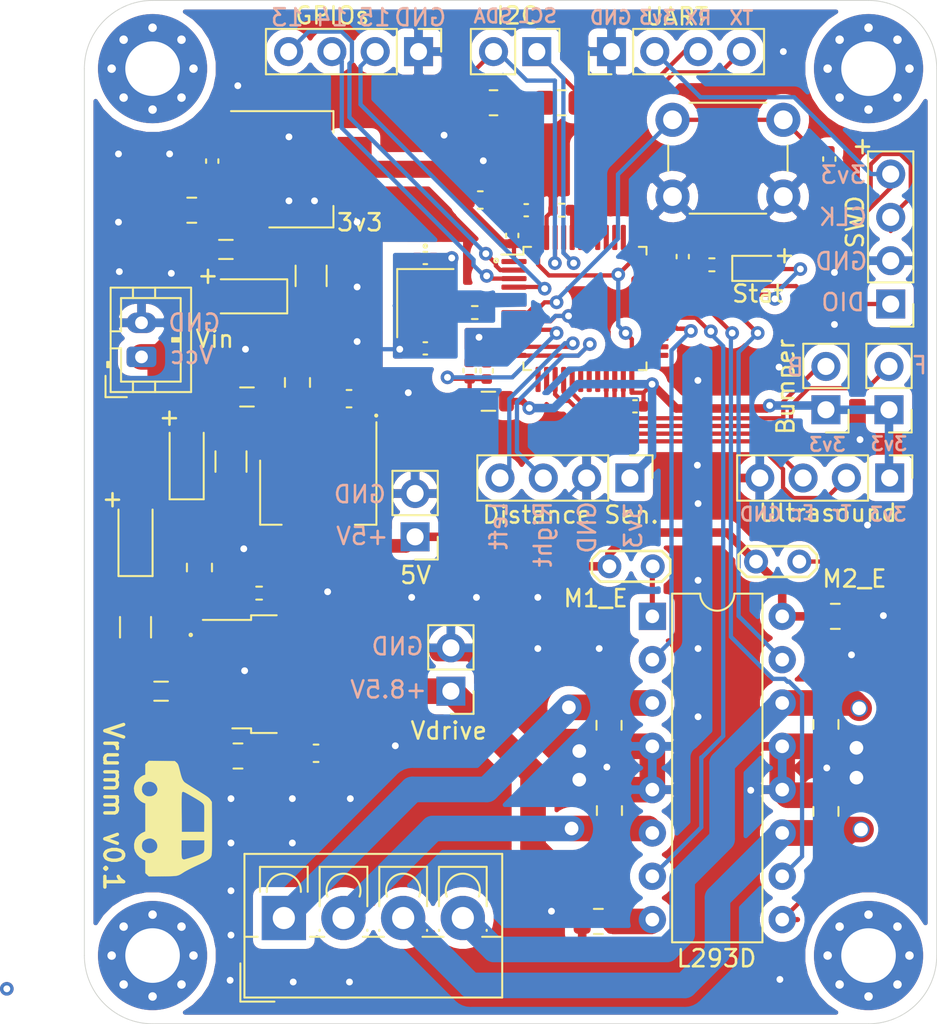
<source format=kicad_pcb>
(kicad_pcb (version 20171130) (host pcbnew 5.1.8-db9833491~88~ubuntu18.04.1)
  (layers (0 F.Cu signal) (31 B.Cu signal) (34 B.Paste user) (35 F.Paste user hide) (36 B.SilkS user) (37 F.SilkS user) (38 B.Mask user) (39 F.Mask user) (44 Edge.Cuts user))
  (net 0 "")
  (net 1 VCC)
  (net 2 GND)
  (net 3 +5V)
  (net 4 "Net-(C4-Pad1)")
  (net 5 "Net-(C7-Pad2)")
  (net 6 "Net-(C8-Pad1)")
  (net 7 "Net-(C9-Pad2)")
  (net 8 "Net-(C10-Pad1)")
  (net 9 +3.3VA)
  (net 10 "Net-(C15-Pad1)")
  (net 11 +3V3)
  (net 12 HSE_IN)
  (net 13 "Net-(CL2-Pad1)")
  (net 14 NRST)
  (net 15 "Net-(D1-Pad1)")
  (net 16 "Net-(D3-Pad1)")
  (net 17 "Net-(D4-Pad1)")
  (net 18 "Net-(D4-Pad2)")
  (net 19 "Net-(F1-Pad2)")
  (net 20 "Net-(F2-Pad2)")
  (net 21 I2C_SDA)
  (net 22 I2C_SCL)
  (net 23 US_TRIGGER)
  (net 24 US_ECHO)
  (net 25 BUMPER_FRONT)
  (net 26 BUMPER_BACK)
  (net 27 USART_TX)
  (net 28 USART_RX)
  (net 29 GPIO_13)
  (net 30 GPIO_14)
  (net 31 GPIO_15)
  (net 32 WHEEL_SENSOR_R)
  (net 33 WHEEL_SENSOR_L)
  (net 34 SYS_SWDIO)
  (net 35 SYS_SWCLK)
  (net 36 "Net-(JP1-Pad2)")
  (net 37 "Net-(JP2-Pad2)")
  (net 38 HSE_OUT)
  (net 39 MOTOR1_CH1)
  (net 40 MOTOR2_CH1)
  (net 41 MOTOR1_CH2)
  (net 42 MOTOR2_CH2)
  (net 43 "Net-(R7-Pad1)")
  (net 44 Vdrive)
  (net 45 "Net-(U5-Pad10)")
  (net 46 "Net-(U5-Pad13)")
  (net 47 "Net-(U5-Pad14)")
  (net 48 "Net-(U5-Pad18)")
  (net 49 "Net-(U5-Pad19)")
  (net 50 "Net-(U5-Pad20)")
  (net 51 "Net-(U5-Pad25)")
  (net 52 "Net-(U5-Pad28)")
  (net 53 "Net-(U5-Pad38)")
  (net 54 "Net-(U5-Pad39)")
  (net 55 "Net-(U5-Pad40)")
  (net 56 "Net-(U5-Pad41)")
  (net 57 "Net-(C1-Pad1)")
  (net 58 "Net-(D2-Pad1)")
  (net 59 "Net-(F3-Pad2)")
  (net 60 "Net-(R1-Pad2)")
  (net 61 "Net-(U5-Pad26)")
  (net 62 "Net-(U5-Pad27)")
  (module Crystal:Crystal_SMD_3225-4Pin_3.2x2.5mm (layer F.Cu) (at 32 29.75 270)
    (fp_text reference Y1)
    (fp_text value X322516MLB4SI)
    (pad 4 smd rect (at -1.1 -0.85 270) (size 1.4 1.2) (layers F.Cu F.Paste F.Mask) (net 2 GND))
    (pad 3 smd rect (at 1.1 -0.85 270) (size 1.4 1.2) (layers F.Cu F.Paste F.Mask) (net 13 "Net-(CL2-Pad1)"))
    (pad 2 smd rect (at 1.1 0.85 270) (size 1.4 1.2) (layers F.Cu F.Paste F.Mask) (net 2 GND))
    (pad 1 smd rect (at -1.1 0.85 270) (size 1.4 1.2) (layers F.Cu F.Paste F.Mask) (net 12 HSE_IN))
  )
  (module Connector_JST:JST_PH_B2B-PH-K_1x02_P2.00mm_Vertical (layer F.Cu) (at 15.35 32.9 90)
    (fp_text reference J1)
    (fp_text value Battery)
    (pad 2 thru_hole oval (at 2 0 90) (size 1.2 1.75) (drill 0.75) (layers *.Cu *.Mask) (net 2 GND))
    (pad 1 thru_hole roundrect (at 0 0 90) (size 1.2 1.75) (drill 0.75) (layers *.Cu *.Mask) (roundrect_rratio 0.2083325) (net 1 VCC))
  )
  (module logo_car:logo_car (layer F.Cu) (at 17.28 60 270)
    (fp_text reference G*** hide)
    (fp_text value LOGO hide)
  )
  (module Package_TO_SOT_SMD:TO-252-2 (layer F.Cu) (at 24.25 51.5)
    (fp_text reference U1)
    (fp_text value LM317_TO-252)
    (pad 2 smd rect (at 2.1 0) (size 6.4 5.8) (layers F.Cu F.Mask) (net 44 Vdrive))
    (pad 3 smd rect (at -4.2 2.28) (size 2.2 1.2) (layers F.Cu F.Paste F.Mask) (net 57 "Net-(C1-Pad1)"))
    (pad 1 smd rect (at -4.2 -2.28) (size 2.2 1.2) (layers F.Cu F.Paste F.Mask) (net 60 "Net-(R1-Pad2)"))
  )
  (module Resistor_SMD:R_0402_1005Metric_Pad0.72x0.64mm_HandSolder (layer F.Cu) (at 34.9 30.3 180)
    (fp_text reference R4)
    (fp_text value 220)
    (pad 2 smd roundrect (at 0.5975 0 180) (size 0.715 0.64) (layers F.Cu F.Paste F.Mask) (net 13 "Net-(CL2-Pad1)"))
    (pad 1 smd roundrect (at -0.5975 0 180) (size 0.715 0.64) (layers F.Cu F.Paste F.Mask) (net 38 HSE_OUT))
  )
  (module Resistor_SMD:R_0402_1005Metric_Pad0.72x0.64mm_HandSolder (layer F.Cu) (at 22.25 46.75 180)
    (fp_text reference R2)
    (fp_text value 1k)
    (pad 2 smd roundrect (at 0.5975 0 180) (size 0.715 0.64) (layers F.Cu F.Paste F.Mask) (net 60 "Net-(R1-Pad2)"))
    (pad 1 smd roundrect (at -0.5975 0 180) (size 0.715 0.64) (layers F.Cu F.Paste F.Mask) (net 44 Vdrive))
  )
  (module Resistor_SMD:R_0805_2012Metric_Pad1.20x1.40mm_HandSolder (layer F.Cu) (at 18.75 45.25 270)
    (fp_text reference R1)
    (fp_text value 5.6k)
    (pad 2 smd roundrect (at 1 0 270) (size 1.2 1.4) (layers F.Cu F.Paste F.Mask) (roundrect_rratio 0.2083325) (net 60 "Net-(R1-Pad2)"))
    (pad 1 smd roundrect (at -1 0 270) (size 1.2 1.4) (layers F.Cu F.Paste F.Mask) (roundrect_rratio 0.2083325) (net 2 GND))
  )
  (module Connector_PinHeader_2.54mm:PinHeader_1x02_P2.54mm_Vertical (layer F.Cu) (at 33.5 52.5 180)
    (fp_text reference J2)
    (fp_text value MOTOR_Vcc)
    (pad 2 thru_hole oval (at 0 2.54 180) (size 1.7 1.7) (drill 1) (layers *.Cu *.Mask) (net 2 GND))
    (pad 1 thru_hole rect (at 0 0 180) (size 1.7 1.7) (drill 1) (layers *.Cu *.Mask) (net 44 Vdrive))
  )
  (module Inductor_SMD:L_0805_2012Metric (layer F.Cu) (at 16.5 52.5 180)
    (fp_text reference FB4)
    (fp_text value "100 @ 100 MHz")
    (pad 2 smd roundrect (at 1.0625 0 180) (size 0.875 1.2) (layers F.Cu F.Paste F.Mask) (net 59 "Net-(F3-Pad2)"))
    (pad 1 smd roundrect (at -1.0625 0 180) (size 0.875 1.2) (layers F.Cu F.Paste F.Mask) (net 57 "Net-(C1-Pad1)"))
  )
  (module Fuse:Fuse_1206_3216Metric_Pad1.42x1.75mm_HandSolder (layer F.Cu) (at 15 48.75 270)
    (fp_text reference F3)
    (fp_text value 500mA)
    (pad 2 smd roundrect (at 1.4875 0 270) (size 1.425 1.75) (layers F.Cu F.Paste F.Mask) (roundrect_rratio 0.1754385964912281) (net 59 "Net-(F3-Pad2)"))
    (pad 1 smd roundrect (at -1.4875 0 270) (size 1.425 1.75) (layers F.Cu F.Paste F.Mask) (roundrect_rratio 0.1754385964912281) (net 58 "Net-(D2-Pad1)"))
  )
  (module Diode_SMD:D_SOD-123 (layer F.Cu) (at 15 43.5 90)
    (fp_text reference D2)
    (fp_text value B5819W)
    (pad 2 smd rect (at 1.65 0 90) (size 0.9 1.2) (layers F.Cu F.Paste F.Mask) (net 1 VCC))
    (pad 1 smd rect (at -1.65 0 90) (size 0.9 1.2) (layers F.Cu F.Paste F.Mask) (net 58 "Net-(D2-Pad1)"))
  )
  (module Capacitor_SMD:C_0603_1608Metric (layer F.Cu) (at 25.59 56.14 180)
    (fp_text reference C2)
    (fp_text value 1uF)
    (pad 2 smd roundrect (at 0.775 0 180) (size 0.9 0.95) (layers F.Cu F.Paste F.Mask) (net 2 GND))
    (pad 1 smd roundrect (at -0.775 0 180) (size 0.9 0.95) (layers F.Cu F.Paste F.Mask) (net 44 Vdrive))
  )
  (module Capacitor_SMD:C_0805_2012Metric (layer F.Cu) (at 21.01 56.3)
    (fp_text reference C1)
    (fp_text value 0.1uF)
    (pad 2 smd roundrect (at 0.95 0) (size 1 1.45) (layers F.Cu F.Paste F.Mask) (net 2 GND))
    (pad 1 smd roundrect (at -0.95 0) (size 1 1.45) (layers F.Cu F.Paste F.Mask) (net 57 "Net-(C1-Pad1)"))
  )
  (module Resistor_SMD:R_0402_1005Metric (layer F.Cu) (at 40 24.3 180)
    (fp_text reference R7)
    (fp_text value 10k)
    (pad 2 smd roundrect (at 0.51 0 180) (size 0.54 0.64) (layers F.Cu F.Paste F.Mask) (net 2 GND))
    (pad 1 smd roundrect (at -0.51 0 180) (size 0.54 0.64) (layers F.Cu F.Paste F.Mask) (net 43 "Net-(R7-Pad1)"))
  )
  (module Resistor_SMD:R_0402_1005Metric (layer F.Cu) (at 48.81 27.5 180)
    (fp_text reference R8)
    (fp_text value 2k2)
    (pad 2 smd roundrect (at 0.51 0 180) (size 0.54 0.64) (layers F.Cu F.Paste F.Mask) (net 2 GND))
    (pad 1 smd roundrect (at -0.51 0 180) (size 0.54 0.64) (layers F.Cu F.Paste F.Mask) (net 17 "Net-(D4-Pad1)"))
  )
  (module Capacitor_SMD:C_0805_2012Metric (layer F.Cu) (at 56.05 48.112)
    (fp_text reference C3)
    (fp_text value 0.1uF)
    (pad 1 smd roundrect (at -0.95 0) (size 1 1.45) (layers F.Cu F.Paste F.Mask) (net 3 +5V))
    (pad 2 smd roundrect (at 0.95 0) (size 1 1.45) (layers F.Cu F.Paste F.Mask) (net 2 GND))
  )
  (module Capacitor_SMD:C_0805_2012Metric (layer F.Cu) (at 24.5 34.4 90)
    (fp_text reference C4)
    (fp_text value 10uF)
    (pad 2 smd roundrect (at 0.95 0 90) (size 1 1.45) (layers F.Cu F.Paste F.Mask) (net 2 GND))
    (pad 1 smd roundrect (at -0.95 0 90) (size 1 1.45) (layers F.Cu F.Paste F.Mask) (net 4 "Net-(C4-Pad1)"))
  )
  (module Capacitor_SMD:C_0805_2012Metric (layer F.Cu) (at 42.15 66 180)
    (fp_text reference C5)
    (fp_text value 0.1uF)
    (pad 2 smd roundrect (at 0.95 0 180) (size 1 1.45) (layers F.Cu F.Paste F.Mask) (net 2 GND))
    (pad 1 smd roundrect (at -0.95 0 180) (size 1 1.45) (layers F.Cu F.Paste F.Mask) (net 44 Vdrive))
  )
  (module Capacitor_SMD:C_0603_1608Metric (layer F.Cu) (at 27.525 35.35)
    (fp_text reference C6)
    (fp_text value 10uF)
    (pad 2 smd roundrect (at 0.775 0) (size 0.9 0.95) (layers F.Cu F.Paste F.Mask) (net 2 GND))
    (pad 1 smd roundrect (at -0.775 0) (size 0.9 0.95) (layers F.Cu F.Paste F.Mask) (net 3 +5V))
  )
  (module Capacitor_SMD:C_0805_2012Metric (layer F.Cu) (at 42.776 54.5 90)
    (fp_text reference C7)
    (fp_text value 10uF)
    (pad 1 smd roundrect (at -0.95 0 90) (size 1 1.45) (layers F.Cu F.Paste F.Mask) (net 2 GND))
    (pad 2 smd roundrect (at 0.95 0 90) (size 1 1.45) (layers F.Cu F.Paste F.Mask) (net 5 "Net-(C7-Pad2)"))
  )
  (module Capacitor_SMD:C_0805_2012Metric (layer F.Cu) (at 55.5 59.55 90)
    (fp_text reference C8)
    (fp_text value 10uF)
    (pad 2 smd roundrect (at 0.95 0 90) (size 1 1.45) (layers F.Cu F.Paste F.Mask) (net 2 GND))
    (pad 1 smd roundrect (at -0.95 0 90) (size 1 1.45) (layers F.Cu F.Paste F.Mask) (net 6 "Net-(C8-Pad1)"))
  )
  (module Capacitor_SMD:C_0805_2012Metric (layer F.Cu) (at 42.8 59.5 270)
    (fp_text reference C9)
    (fp_text value 10uF)
    (pad 2 smd roundrect (at 0.95 0 270) (size 1 1.45) (layers F.Cu F.Paste F.Mask) (net 7 "Net-(C9-Pad2)"))
    (pad 1 smd roundrect (at -0.95 0 270) (size 1 1.45) (layers F.Cu F.Paste F.Mask) (net 2 GND))
  )
  (module Capacitor_SMD:C_0805_2012Metric (layer F.Cu) (at 55.5 54.45 270)
    (fp_text reference C10)
    (fp_text value 10uF)
    (pad 1 smd roundrect (at -0.95 0 270) (size 1 1.45) (layers F.Cu F.Paste F.Mask) (net 8 "Net-(C10-Pad1)"))
    (pad 2 smd roundrect (at 0.95 0 270) (size 1 1.45) (layers F.Cu F.Paste F.Mask) (net 2 GND))
  )
  (module Capacitor_SMD:C_0402_1005Metric (layer F.Cu) (at 34.6 33.7 90)
    (fp_text reference C13)
    (fp_text value 100nF)
    (pad 1 smd roundrect (at -0.48 0 90) (size 0.56 0.62) (layers F.Cu F.Paste F.Mask) (net 9 +3.3VA))
    (pad 2 smd roundrect (at 0.48 0 90) (size 0.56 0.62) (layers F.Cu F.Paste F.Mask) (net 2 GND))
  )
  (module Capacitor_SMD:C_0402_1005Metric (layer F.Cu) (at 35.6 33.72 90)
    (fp_text reference C14)
    (fp_text value 10nF)
    (pad 1 smd roundrect (at -0.48 0 90) (size 0.56 0.62) (layers F.Cu F.Paste F.Mask) (net 9 +3.3VA))
    (pad 2 smd roundrect (at 0.48 0 90) (size 0.56 0.62) (layers F.Cu F.Paste F.Mask) (net 2 GND))
  )
  (module Capacitor_SMD:C_0805_2012Metric (layer F.Cu) (at 18.3 24.3 180)
    (fp_text reference C15)
    (fp_text value 10uF)
    (pad 2 smd roundrect (at 0.95 0 180) (size 1 1.45) (layers F.Cu F.Paste F.Mask) (net 2 GND))
    (pad 1 smd roundrect (at -0.95 0 180) (size 1 1.45) (layers F.Cu F.Paste F.Mask) (net 10 "Net-(C15-Pad1)"))
  )
  (module Capacitor_SMD:C_0402_1005Metric (layer F.Cu) (at 19.5 21.42 90)
    (fp_text reference C16)
    (fp_text value 10uF)
    (pad 2 smd roundrect (at 0.48 0 90) (size 0.56 0.62) (layers F.Cu F.Paste F.Mask) (net 2 GND))
    (pad 1 smd roundrect (at -0.48 0 90) (size 0.56 0.62) (layers F.Cu F.Paste F.Mask) (net 11 +3V3))
  )
  (module Capacitor_SMD:C_0603_1608Metric (layer F.Cu) (at 35.225 23.7)
    (fp_text reference C17)
    (fp_text value 4.7uF)
    (pad 2 smd roundrect (at 0.775 0) (size 0.9 0.95) (layers F.Cu F.Paste F.Mask) (net 2 GND))
    (pad 1 smd roundrect (at -0.775 0) (size 0.9 0.95) (layers F.Cu F.Paste F.Mask) (net 11 +3V3))
  )
  (module Capacitor_SMD:C_0402_1005Metric (layer F.Cu) (at 37.1 25.78 90)
    (fp_text reference C18)
    (fp_text value 100nF)
    (pad 2 smd roundrect (at 0.48 0 90) (size 0.56 0.62) (layers F.Cu F.Paste F.Mask) (net 2 GND))
    (pad 1 smd roundrect (at -0.48 0 90) (size 0.56 0.62) (layers F.Cu F.Paste F.Mask) (net 11 +3V3))
  )
  (module Capacitor_SMD:C_0402_1005Metric (layer F.Cu) (at 44.3 35.8 180)
    (fp_text reference C19)
    (fp_text value 100nF)
    (pad 1 smd roundrect (at -0.48 0 180) (size 0.56 0.62) (layers F.Cu F.Paste F.Mask) (net 11 +3V3))
    (pad 2 smd roundrect (at 0.48 0 180) (size 0.56 0.62) (layers F.Cu F.Paste F.Mask) (net 2 GND))
  )
  (module Capacitor_SMD:C_0402_1005Metric (layer F.Cu) (at 47.1 27.02 270)
    (fp_text reference C20)
    (fp_text value 100nF)
    (pad 2 smd roundrect (at 0.48 0 270) (size 0.56 0.62) (layers F.Cu F.Paste F.Mask) (net 2 GND))
    (pad 1 smd roundrect (at -0.48 0 270) (size 0.56 0.62) (layers F.Cu F.Paste F.Mask) (net 11 +3V3))
  )
  (module Capacitor_SMD:C_0402_1005Metric (layer F.Cu) (at 37.92 24.3 180)
    (fp_text reference C21)
    (fp_text value 100nF)
    (pad 1 smd roundrect (at -0.48 0 180) (size 0.56 0.62) (layers F.Cu F.Paste F.Mask) (net 11 +3V3))
    (pad 2 smd roundrect (at 0.48 0 180) (size 0.56 0.62) (layers F.Cu F.Paste F.Mask) (net 2 GND))
  )
  (module Capacitor_SMD:C_0402_1005Metric (layer F.Cu) (at 32 27.1)
    (fp_text reference CL1)
    (fp_text value 12pF)
    (pad 1 smd roundrect (at -0.48 0) (size 0.56 0.62) (layers F.Cu F.Paste F.Mask) (net 12 HSE_IN))
    (pad 2 smd roundrect (at 0.48 0) (size 0.56 0.62) (layers F.Cu F.Paste F.Mask) (net 2 GND))
  )
  (module Capacitor_SMD:C_0402_1005Metric (layer F.Cu) (at 32 32.4 180)
    (fp_text reference CL2)
    (fp_text value 12pF)
    (pad 2 smd roundrect (at 0.48 0 180) (size 0.56 0.62) (layers F.Cu F.Paste F.Mask) (net 2 GND))
    (pad 1 smd roundrect (at -0.48 0 180) (size 0.56 0.62) (layers F.Cu F.Paste F.Mask) (net 13 "Net-(CL2-Pad1)"))
  )
  (module Capacitor_SMD:C_0402_1005Metric (layer F.Cu) (at 55.7 21.3 90)
    (fp_text reference CL3)
    (fp_text value 0.1uF)
    (pad 1 smd roundrect (at -0.48 0 90) (size 0.56 0.62) (layers F.Cu F.Paste F.Mask) (net 2 GND))
    (pad 2 smd roundrect (at 0.48 0 90) (size 0.56 0.62) (layers F.Cu F.Paste F.Mask) (net 14 NRST))
  )
  (module Diode_SMD:D_SOD-123 (layer F.Cu) (at 18 39 90)
    (fp_text reference D1)
    (fp_text value B5819W)
    (pad 2 smd rect (at 1.65 0 90) (size 0.9 1.2) (layers F.Cu F.Paste F.Mask) (net 1 VCC))
    (pad 1 smd rect (at -1.65 0 90) (size 0.9 1.2) (layers F.Cu F.Paste F.Mask) (net 15 "Net-(D1-Pad1)"))
  )
  (module Diode_SMD:D_SOD-123 (layer F.Cu) (at 21.65 29.35 180)
    (fp_text reference D3)
    (fp_text value B5819W)
    (pad 2 smd rect (at 1.65 0 180) (size 0.9 1.2) (layers F.Cu F.Paste F.Mask) (net 1 VCC))
    (pad 1 smd rect (at -1.65 0 180) (size 0.9 1.2) (layers F.Cu F.Paste F.Mask) (net 16 "Net-(D3-Pad1)"))
  )
  (module LED_SMD:LED_0603_1608Metric (layer F.Cu) (at 51.49 27.71)
    (fp_text reference D4)
    (fp_text value "Red LED")
    (pad 1 smd roundrect (at -0.7875 0) (size 0.875 0.95) (layers F.Cu F.Paste F.Mask) (net 17 "Net-(D4-Pad1)"))
    (pad 2 smd roundrect (at 0.7875 0) (size 0.875 0.95) (layers F.Cu F.Paste F.Mask) (net 18 "Net-(D4-Pad2)"))
  )
  (module Fuse:Fuse_1206_3216Metric_Pad1.42x1.75mm_HandSolder (layer F.Cu) (at 20.6 39.0375 90)
    (fp_text reference F1)
    (fp_text value 500mA)
    (pad 2 smd roundrect (at 1.4875 0 90) (size 1.425 1.75) (layers F.Cu F.Paste F.Mask) (roundrect_rratio 0.1754385964912281) (net 19 "Net-(F1-Pad2)"))
    (pad 1 smd roundrect (at -1.4875 0 90) (size 1.425 1.75) (layers F.Cu F.Paste F.Mask) (roundrect_rratio 0.1754385964912281) (net 15 "Net-(D1-Pad1)"))
  )
  (module Fuse:Fuse_1206_3216Metric_Pad1.42x1.75mm_HandSolder (layer F.Cu) (at 25.3 28.15 90)
    (fp_text reference F2)
    (fp_text value 500mA)
    (pad 2 smd roundrect (at 1.4875 0 90) (size 1.425 1.75) (layers F.Cu F.Paste F.Mask) (roundrect_rratio 0.1754385964912281) (net 20 "Net-(F2-Pad2)"))
    (pad 1 smd roundrect (at -1.4875 0 90) (size 1.425 1.75) (layers F.Cu F.Paste F.Mask) (roundrect_rratio 0.1754385964912281) (net 16 "Net-(D3-Pad1)"))
  )
  (module Inductor_SMD:L_0805_2012Metric (layer F.Cu) (at 21.5375 35.25 180)
    (fp_text reference FB1)
    (fp_text value "100 @ 100 MHz")
    (pad 2 smd roundrect (at 1.0625 0 180) (size 0.875 1.2) (layers F.Cu F.Paste F.Mask) (net 19 "Net-(F1-Pad2)"))
    (pad 1 smd roundrect (at -1.0625 0 180) (size 0.875 1.2) (layers F.Cu F.Paste F.Mask) (net 4 "Net-(C4-Pad1)"))
  )
  (module Inductor_SMD:L_0805_2012Metric (layer F.Cu) (at 35.7 35.5)
    (fp_text reference FB2)
    (fp_text value "100 @ 100 MHz")
    (pad 2 smd roundrect (at 1.0625 0) (size 0.875 1.2) (layers F.Cu F.Paste F.Mask) (net 11 +3V3))
    (pad 1 smd roundrect (at -1.0625 0) (size 0.875 1.2) (layers F.Cu F.Paste F.Mask) (net 9 +3.3VA))
  )
  (module Inductor_SMD:L_0805_2012Metric (layer F.Cu) (at 20.3 26.6)
    (fp_text reference FB3)
    (fp_text value "100 @ 100 MHz")
    (pad 1 smd roundrect (at -1.0625 0) (size 0.875 1.2) (layers F.Cu F.Paste F.Mask) (net 10 "Net-(C15-Pad1)"))
    (pad 2 smd roundrect (at 1.0625 0) (size 0.875 1.2) (layers F.Cu F.Paste F.Mask) (net 20 "Net-(F2-Pad2)"))
  )
  (module MountingHole:MountingHole_3.2mm_M3_Pad_Via (layer F.Cu) (at 58 68)
    (fp_text reference H1)
    (fp_text value MountingHole)
    (pad 1 thru_hole circle (at 0 0) (size 6.4 6.4) (drill 3.2) (layers *.Cu *.Mask))
    (pad 1 thru_hole circle (at 2.4 0) (size 0.8 0.8) (drill 0.5) (layers *.Cu *.Mask))
    (pad 1 thru_hole circle (at 1.697056 1.697056) (size 0.8 0.8) (drill 0.5) (layers *.Cu *.Mask))
    (pad 1 thru_hole circle (at 0 2.4) (size 0.8 0.8) (drill 0.5) (layers *.Cu *.Mask))
    (pad 1 thru_hole circle (at -1.697056 1.697056) (size 0.8 0.8) (drill 0.5) (layers *.Cu *.Mask))
    (pad 1 thru_hole circle (at -2.4 0) (size 0.8 0.8) (drill 0.5) (layers *.Cu *.Mask))
    (pad 1 thru_hole circle (at -1.697056 -1.697056) (size 0.8 0.8) (drill 0.5) (layers *.Cu *.Mask))
    (pad 1 thru_hole circle (at 0 -2.4) (size 0.8 0.8) (drill 0.5) (layers *.Cu *.Mask))
    (pad 1 thru_hole circle (at 1.697056 -1.697056) (size 0.8 0.8) (drill 0.5) (layers *.Cu *.Mask))
  )
  (module MountingHole:MountingHole_3.2mm_M3_Pad_Via (layer F.Cu) (at 58 16)
    (fp_text reference H2)
    (fp_text value MountingHole)
    (pad 1 thru_hole circle (at 1.697056 -1.697056) (size 0.8 0.8) (drill 0.5) (layers *.Cu *.Mask))
    (pad 1 thru_hole circle (at 0 -2.4) (size 0.8 0.8) (drill 0.5) (layers *.Cu *.Mask))
    (pad 1 thru_hole circle (at -1.697056 -1.697056) (size 0.8 0.8) (drill 0.5) (layers *.Cu *.Mask))
    (pad 1 thru_hole circle (at -2.4 0) (size 0.8 0.8) (drill 0.5) (layers *.Cu *.Mask))
    (pad 1 thru_hole circle (at -1.697056 1.697056) (size 0.8 0.8) (drill 0.5) (layers *.Cu *.Mask))
    (pad 1 thru_hole circle (at 0 2.4) (size 0.8 0.8) (drill 0.5) (layers *.Cu *.Mask))
    (pad 1 thru_hole circle (at 1.697056 1.697056) (size 0.8 0.8) (drill 0.5) (layers *.Cu *.Mask))
    (pad 1 thru_hole circle (at 2.4 0) (size 0.8 0.8) (drill 0.5) (layers *.Cu *.Mask))
    (pad 1 thru_hole circle (at 0 0) (size 6.4 6.4) (drill 3.2) (layers *.Cu *.Mask))
  )
  (module MountingHole:MountingHole_3.2mm_M3_Pad_Via (layer F.Cu) (at 16 16)
    (fp_text reference H3)
    (fp_text value MountingHole)
    (pad 1 thru_hole circle (at 0 0) (size 6.4 6.4) (drill 3.2) (layers *.Cu *.Mask))
    (pad 1 thru_hole circle (at 2.4 0) (size 0.8 0.8) (drill 0.5) (layers *.Cu *.Mask))
    (pad 1 thru_hole circle (at 1.697056 1.697056) (size 0.8 0.8) (drill 0.5) (layers *.Cu *.Mask))
    (pad 1 thru_hole circle (at 0 2.4) (size 0.8 0.8) (drill 0.5) (layers *.Cu *.Mask))
    (pad 1 thru_hole circle (at -1.697056 1.697056) (size 0.8 0.8) (drill 0.5) (layers *.Cu *.Mask))
    (pad 1 thru_hole circle (at -2.4 0) (size 0.8 0.8) (drill 0.5) (layers *.Cu *.Mask))
    (pad 1 thru_hole circle (at -1.697056 -1.697056) (size 0.8 0.8) (drill 0.5) (layers *.Cu *.Mask))
    (pad 1 thru_hole circle (at 0 -2.4) (size 0.8 0.8) (drill 0.5) (layers *.Cu *.Mask))
    (pad 1 thru_hole circle (at 1.697056 -1.697056) (size 0.8 0.8) (drill 0.5) (layers *.Cu *.Mask))
  )
  (module MountingHole:MountingHole_3.2mm_M3_Pad_Via (layer F.Cu) (at 16 68)
    (fp_text reference H4)
    (fp_text value MountingHole)
    (pad 1 thru_hole circle (at 1.697056 -1.697056) (size 0.8 0.8) (drill 0.5) (layers *.Cu *.Mask))
    (pad 1 thru_hole circle (at 0 -2.4) (size 0.8 0.8) (drill 0.5) (layers *.Cu *.Mask))
    (pad 1 thru_hole circle (at -1.697056 -1.697056) (size 0.8 0.8) (drill 0.5) (layers *.Cu *.Mask))
    (pad 1 thru_hole circle (at -2.4 0) (size 0.8 0.8) (drill 0.5) (layers *.Cu *.Mask))
    (pad 1 thru_hole circle (at -1.697056 1.697056) (size 0.8 0.8) (drill 0.5) (layers *.Cu *.Mask))
    (pad 1 thru_hole circle (at 0 2.4) (size 0.8 0.8) (drill 0.5) (layers *.Cu *.Mask))
    (pad 1 thru_hole circle (at 1.697056 1.697056) (size 0.8 0.8) (drill 0.5) (layers *.Cu *.Mask))
    (pad 1 thru_hole circle (at 2.4 0) (size 0.8 0.8) (drill 0.5) (layers *.Cu *.Mask))
    (pad 1 thru_hole circle (at 0 0) (size 6.4 6.4) (drill 3.2) (layers *.Cu *.Mask))
  )
  (module Connector_PinHeader_2.54mm:PinHeader_1x02_P2.54mm_Vertical (layer F.Cu) (at 38.54 15 270)
    (fp_text reference I2C1)
    (fp_text value J0)
    (pad 2 thru_hole oval (at 0 2.54 270) (size 1.7 1.7) (drill 1) (layers *.Cu *.Mask) (net 21 I2C_SDA))
    (pad 1 thru_hole rect (at 0 0 270) (size 1.7 1.7) (drill 1) (layers *.Cu *.Mask) (net 22 I2C_SCL))
  )
  (module Connector_PinHeader_2.54mm:PinHeader_1x02_P2.54mm_Vertical (layer F.Cu) (at 31.4 43.45 180)
    (fp_text reference J3)
    (fp_text value MOTOR_5V)
    (pad 2 thru_hole oval (at 0 2.54 180) (size 1.7 1.7) (drill 1) (layers *.Cu *.Mask) (net 2 GND))
    (pad 1 thru_hole rect (at 0 0 180) (size 1.7 1.7) (drill 1) (layers *.Cu *.Mask) (net 3 +5V))
  )
  (module TerminalBlock_4Ucon:TerminalBlock_4Ucon_1x04_P3.50mm_Vertical (layer F.Cu) (at 23.7 65.8)
    (fp_text reference J4)
    (fp_text value MOTOR_OUT)
    (pad 1 thru_hole rect (at 0 0) (size 2.6 2.6) (drill 1.3) (layers *.Cu *.Mask) (net 5 "Net-(C7-Pad2)"))
    (pad 2 thru_hole circle (at 3.5 0) (size 2.6 2.6) (drill 1.3) (layers *.Cu *.Mask) (net 7 "Net-(C9-Pad2)"))
    (pad 3 thru_hole circle (at 7 0) (size 2.6 2.6) (drill 1.3) (layers *.Cu *.Mask) (net 6 "Net-(C8-Pad1)"))
    (pad 4 thru_hole circle (at 10.5 0) (size 2.6 2.6) (drill 1.3) (layers *.Cu *.Mask) (net 8 "Net-(C10-Pad1)"))
  )
  (module Connector_PinHeader_2.54mm:PinHeader_1x04_P2.54mm_Vertical (layer F.Cu) (at 59.24 40 270)
    (fp_text reference J5)
    (fp_text value US_SENSOR)
    (pad 1 thru_hole rect (at 0 0 270) (size 1.7 1.7) (drill 1) (layers *.Cu *.Mask) (net 11 +3V3))
    (pad 2 thru_hole oval (at 0 2.54 270) (size 1.7 1.7) (drill 1) (layers *.Cu *.Mask) (net 23 US_TRIGGER))
    (pad 3 thru_hole oval (at 0 5.08 270) (size 1.7 1.7) (drill 1) (layers *.Cu *.Mask) (net 24 US_ECHO))
    (pad 4 thru_hole oval (at 0 7.62 270) (size 1.7 1.7) (drill 1) (layers *.Cu *.Mask) (net 2 GND))
  )
  (module Connector_PinHeader_2.54mm:PinHeader_1x02_P2.54mm_Vertical (layer F.Cu) (at 59.2 36 180)
    (fp_text reference J6)
    (fp_text value BUMPER_SENSOR_FRONT)
    (pad 2 thru_hole oval (at 0 2.54 180) (size 1.7 1.7) (drill 1) (layers *.Cu *.Mask) (net 25 BUMPER_FRONT))
    (pad 1 thru_hole rect (at 0 0 180) (size 1.7 1.7) (drill 1) (layers *.Cu *.Mask) (net 11 +3V3))
  )
  (module Connector_PinHeader_2.54mm:PinHeader_1x02_P2.54mm_Vertical (layer F.Cu) (at 55.5 36 180)
    (fp_text reference J7)
    (fp_text value BUMPER_SENSOR_BACK)
    (pad 1 thru_hole rect (at 0 0 180) (size 1.7 1.7) (drill 1) (layers *.Cu *.Mask) (net 11 +3V3))
    (pad 2 thru_hole oval (at 0 2.54 180) (size 1.7 1.7) (drill 1) (layers *.Cu *.Mask) (net 26 BUMPER_BACK))
  )
  (module Connector_PinHeader_2.54mm:PinHeader_1x04_P2.54mm_Vertical (layer F.Cu) (at 42.92 15 90)
    (fp_text reference J8)
    (fp_text value BT_USART)
    (pad 4 thru_hole oval (at 0 7.62 90) (size 1.7 1.7) (drill 1) (layers *.Cu *.Mask) (net 27 USART_TX))
    (pad 3 thru_hole oval (at 0 5.08 90) (size 1.7 1.7) (drill 1) (layers *.Cu *.Mask) (net 28 USART_RX))
    (pad 2 thru_hole oval (at 0 2.54 90) (size 1.7 1.7) (drill 1) (layers *.Cu *.Mask) (net 11 +3V3))
    (pad 1 thru_hole rect (at 0 0 90) (size 1.7 1.7) (drill 1) (layers *.Cu *.Mask) (net 2 GND))
  )
  (module Connector_PinHeader_2.54mm:PinHeader_1x04_P2.54mm_Vertical (layer F.Cu) (at 31.6 15 270)
    (fp_text reference J9)
    (fp_text value GPIO)
    (pad 4 thru_hole oval (at 0 7.62 270) (size 1.7 1.7) (drill 1) (layers *.Cu *.Mask) (net 29 GPIO_13))
    (pad 3 thru_hole oval (at 0 5.08 270) (size 1.7 1.7) (drill 1) (layers *.Cu *.Mask) (net 30 GPIO_14))
    (pad 2 thru_hole oval (at 0 2.54 270) (size 1.7 1.7) (drill 1) (layers *.Cu *.Mask) (net 31 GPIO_15))
    (pad 1 thru_hole rect (at 0 0 270) (size 1.7 1.7) (drill 1) (layers *.Cu *.Mask) (net 2 GND))
  )
  (module Connector_PinHeader_2.54mm:PinHeader_1x04_P2.54mm_Vertical (layer F.Cu) (at 44 40 270)
    (fp_text reference J10)
    (fp_text value Conn_01x04_Male)
    (pad 1 thru_hole rect (at 0 0 270) (size 1.7 1.7) (drill 1) (layers *.Cu *.Mask) (net 11 +3V3))
    (pad 2 thru_hole oval (at 0 2.54 270) (size 1.7 1.7) (drill 1) (layers *.Cu *.Mask) (net 2 GND))
    (pad 3 thru_hole oval (at 0 5.08 270) (size 1.7 1.7) (drill 1) (layers *.Cu *.Mask) (net 32 WHEEL_SENSOR_R))
    (pad 4 thru_hole oval (at 0 7.62 270) (size 1.7 1.7) (drill 1) (layers *.Cu *.Mask) (net 33 WHEEL_SENSOR_L))
  )
  (module Connector_PinHeader_2.54mm:PinHeader_1x04_P2.54mm_Vertical (layer F.Cu) (at 59.3 29.8 180)
    (fp_text reference J11)
    (fp_text value STM32_SWD)
    (pad 1 thru_hole rect (at 0 0 180) (size 1.7 1.7) (drill 1) (layers *.Cu *.Mask) (net 34 SYS_SWDIO))
    (pad 2 thru_hole oval (at 0 2.54 180) (size 1.7 1.7) (drill 1) (layers *.Cu *.Mask) (net 2 GND))
    (pad 3 thru_hole oval (at 0 5.08 180) (size 1.7 1.7) (drill 1) (layers *.Cu *.Mask) (net 35 SYS_SWCLK))
    (pad 4 thru_hole oval (at 0 7.62 180) (size 1.7 1.7) (drill 1) (layers *.Cu *.Mask) (net 11 +3V3))
  )
  (module TestPoint:TestPoint_2Pads_Pitch2.54mm_Drill0.8mm (layer F.Cu) (at 42.8 45.18)
    (fp_text reference JP1)
    (fp_text value M_JP_1)
    (pad 1 thru_hole circle (at 0 0) (size 1.4 1.4) (drill 0.8) (layers *.Cu *.Mask) (net 3 +5V))
    (pad 2 thru_hole circle (at 2.54 0) (size 1.4 1.4) (drill 0.8) (layers *.Cu *.Mask) (net 36 "Net-(JP1-Pad2)"))
  )
  (module TestPoint:TestPoint_2Pads_Pitch2.54mm_Drill0.8mm (layer F.Cu) (at 51.4 44.9)
    (fp_text reference JP2)
    (fp_text value M_JP_2)
    (pad 2 thru_hole circle (at 2.54 0) (size 1.4 1.4) (drill 0.8) (layers *.Cu *.Mask) (net 37 "Net-(JP2-Pad2)"))
    (pad 1 thru_hole circle (at 0 0) (size 1.4 1.4) (drill 0.8) (layers *.Cu *.Mask) (net 3 +5V))
  )
  (module Resistor_SMD:R_0805_2012Metric_Pad1.20x1.40mm_HandSolder (layer F.Cu) (at 40 18)
    (fp_text reference R5)
    (fp_text value 2k2)
    (pad 1 smd roundrect (at -1 0) (size 1.2 1.4) (layers F.Cu F.Paste F.Mask) (roundrect_rratio 0.2083325) (net 11 +3V3))
    (pad 2 smd roundrect (at 1 0) (size 1.2 1.4) (layers F.Cu F.Paste F.Mask) (roundrect_rratio 0.2083325) (net 22 I2C_SCL))
  )
  (module Resistor_SMD:R_0805_2012Metric_Pad1.20x1.40mm_HandSolder (layer F.Cu) (at 36 18 180)
    (fp_text reference R6)
    (fp_text value 2k2)
    (pad 2 smd roundrect (at 1 0 180) (size 1.2 1.4) (layers F.Cu F.Paste F.Mask) (roundrect_rratio 0.2083325) (net 21 I2C_SDA))
    (pad 1 smd roundrect (at -1 0 180) (size 1.2 1.4) (layers F.Cu F.Paste F.Mask) (roundrect_rratio 0.2083325) (net 11 +3V3))
  )
  (module Button_Switch_THT:SW_PUSH_6mm_H4.3mm (layer F.Cu) (at 46.5 19)
    (fp_text reference SW1)
    (fp_text value SW_Push)
    (pad 2 thru_hole circle (at 0 4.5 90) (size 2 2) (drill 1.1) (layers *.Cu *.Mask) (net 2 GND))
    (pad 1 thru_hole circle (at 0 0 90) (size 2 2) (drill 1.1) (layers *.Cu *.Mask) (net 14 NRST))
    (pad 2 thru_hole circle (at 6.5 4.5 90) (size 2 2) (drill 1.1) (layers *.Cu *.Mask) (net 2 GND))
    (pad 1 thru_hole circle (at 6.5 0 90) (size 2 2) (drill 1.1) (layers *.Cu *.Mask) (net 14 NRST))
  )
  (module Package_DIP:DIP-16_W7.62mm (layer F.Cu) (at 45.316 48.112)
    (fp_text reference U2)
    (fp_text value L293D)
    (pad 1 thru_hole rect (at 0 0) (size 1.6 1.6) (drill 0.8) (layers *.Cu *.Mask) (net 36 "Net-(JP1-Pad2)"))
    (pad 9 thru_hole oval (at 7.62 17.78) (size 1.6 1.6) (drill 0.8) (layers *.Cu *.Mask) (net 37 "Net-(JP2-Pad2)"))
    (pad 2 thru_hole oval (at 0 2.54) (size 1.6 1.6) (drill 0.8) (layers *.Cu *.Mask) (net 39 MOTOR1_CH1))
    (pad 10 thru_hole oval (at 7.62 15.24) (size 1.6 1.6) (drill 0.8) (layers *.Cu *.Mask) (net 40 MOTOR2_CH1))
    (pad 3 thru_hole oval (at 0 5.08) (size 1.6 1.6) (drill 0.8) (layers *.Cu *.Mask) (net 5 "Net-(C7-Pad2)"))
    (pad 11 thru_hole oval (at 7.62 12.7) (size 1.6 1.6) (drill 0.8) (layers *.Cu *.Mask) (net 6 "Net-(C8-Pad1)"))
    (pad 4 thru_hole oval (at 0 7.62) (size 1.6 1.6) (drill 0.8) (layers *.Cu *.Mask) (net 2 GND))
    (pad 12 thru_hole oval (at 7.62 10.16) (size 1.6 1.6) (drill 0.8) (layers *.Cu *.Mask) (net 2 GND))
    (pad 5 thru_hole oval (at 0 10.16) (size 1.6 1.6) (drill 0.8) (layers *.Cu *.Mask) (net 2 GND))
    (pad 13 thru_hole oval (at 7.62 7.62) (size 1.6 1.6) (drill 0.8) (layers *.Cu *.Mask) (net 2 GND))
    (pad 6 thru_hole oval (at 0 12.7) (size 1.6 1.6) (drill 0.8) (layers *.Cu *.Mask) (net 7 "Net-(C9-Pad2)"))
    (pad 14 thru_hole oval (at 7.62 5.08) (size 1.6 1.6) (drill 0.8) (layers *.Cu *.Mask) (net 8 "Net-(C10-Pad1)"))
    (pad 7 thru_hole oval (at 0 15.24) (size 1.6 1.6) (drill 0.8) (layers *.Cu *.Mask) (net 41 MOTOR1_CH2))
    (pad 15 thru_hole oval (at 7.62 2.54) (size 1.6 1.6) (drill 0.8) (layers *.Cu *.Mask) (net 42 MOTOR2_CH2))
    (pad 8 thru_hole oval (at 0 17.78) (size 1.6 1.6) (drill 0.8) (layers *.Cu *.Mask) (net 44 Vdrive))
    (pad 16 thru_hole oval (at 7.62 0) (size 1.6 1.6) (drill 0.8) (layers *.Cu *.Mask) (net 3 +5V))
  )
  (module Package_TO_SOT_SMD:SOT-223-3_TabPin2 (layer F.Cu) (at 25.72 40.83 270)
    (fp_text reference U3)
    (fp_text value AMS1117-5.0)
    (pad 2 smd rect (at 3.15 0 270) (size 2 3.8) (layers F.Cu F.Paste F.Mask) (net 3 +5V))
    (pad 2 smd rect (at -3.15 0 270) (size 2 1.5) (layers F.Cu F.Paste F.Mask) (net 3 +5V))
    (pad 3 smd rect (at -3.15 2.3 270) (size 2 1.5) (layers F.Cu F.Paste F.Mask) (net 4 "Net-(C4-Pad1)"))
    (pad 1 smd rect (at -3.15 -2.3 270) (size 2 1.5) (layers F.Cu F.Paste F.Mask) (net 2 GND))
  )
  (module Package_TO_SOT_SMD:SOT-223-3_TabPin2 (layer F.Cu) (at 24.7 21.9)
    (fp_text reference U4)
    (fp_text value AMS1117-3.3)
    (pad 2 smd rect (at 3.15 0) (size 2 3.8) (layers F.Cu F.Paste F.Mask) (net 11 +3V3))
    (pad 2 smd rect (at -3.15 0) (size 2 1.5) (layers F.Cu F.Paste F.Mask) (net 11 +3V3))
    (pad 3 smd rect (at -3.15 2.3) (size 2 1.5) (layers F.Cu F.Paste F.Mask) (net 10 "Net-(C15-Pad1)"))
    (pad 1 smd rect (at -3.15 -2.3) (size 2 1.5) (layers F.Cu F.Paste F.Mask) (net 2 GND))
  )
  (module Package_QFP:LQFP-48_7x7mm_P0.5mm (layer F.Cu) (at 41.364 30.06)
    (fp_text reference U5)
    (fp_text value STM32F103C8T6)
    (pad 1 smd roundrect (at -4.1625 -2.75) (size 1.475 0.3) (layers F.Cu F.Paste F.Mask) (net 11 +3V3))
    (pad 2 smd roundrect (at -4.1625 -2.25) (size 1.475 0.3) (layers F.Cu F.Paste F.Mask) (net 29 GPIO_13))
    (pad 3 smd roundrect (at -4.1625 -1.75) (size 1.475 0.3) (layers F.Cu F.Paste F.Mask) (net 30 GPIO_14))
    (pad 4 smd roundrect (at -4.1625 -1.25) (size 1.475 0.3) (layers F.Cu F.Paste F.Mask) (net 31 GPIO_15))
    (pad 5 smd roundrect (at -4.1625 -0.75) (size 1.475 0.3) (layers F.Cu F.Paste F.Mask) (net 12 HSE_IN))
    (pad 6 smd roundrect (at -4.1625 -0.25) (size 1.475 0.3) (layers F.Cu F.Paste F.Mask) (net 38 HSE_OUT))
    (pad 7 smd roundrect (at -4.1625 0.25) (size 1.475 0.3) (layers F.Cu F.Paste F.Mask) (net 14 NRST))
    (pad 8 smd roundrect (at -4.1625 0.75) (size 1.475 0.3) (layers F.Cu F.Paste F.Mask) (net 2 GND))
    (pad 9 smd roundrect (at -4.1625 1.25) (size 1.475 0.3) (layers F.Cu F.Paste F.Mask) (net 9 +3.3VA))
    (pad 10 smd roundrect (at -4.1625 1.75) (size 1.475 0.3) (layers F.Cu F.Paste F.Mask) (net 45 "Net-(U5-Pad10)"))
    (pad 11 smd roundrect (at -4.1625 2.25) (size 1.475 0.3) (layers F.Cu F.Paste F.Mask) (net 33 WHEEL_SENSOR_L))
    (pad 12 smd roundrect (at -4.1625 2.75) (size 1.475 0.3) (layers F.Cu F.Paste F.Mask) (net 32 WHEEL_SENSOR_R))
    (pad 13 smd roundrect (at -2.75 4.1625) (size 0.3 1.475) (layers F.Cu F.Paste F.Mask) (net 46 "Net-(U5-Pad13)"))
    (pad 14 smd roundrect (at -2.25 4.1625) (size 0.3 1.475) (layers F.Cu F.Paste F.Mask) (net 47 "Net-(U5-Pad14)"))
    (pad 15 smd roundrect (at -1.75 4.1625) (size 0.3 1.475) (layers F.Cu F.Paste F.Mask) (net 23 US_TRIGGER))
    (pad 16 smd roundrect (at -1.25 4.1625) (size 0.3 1.475) (layers F.Cu F.Paste F.Mask) (net 24 US_ECHO))
    (pad 17 smd roundrect (at -0.75 4.1625) (size 0.3 1.475) (layers F.Cu F.Paste F.Mask) (net 24 US_ECHO))
    (pad 18 smd roundrect (at -0.25 4.1625) (size 0.3 1.475) (layers F.Cu F.Paste F.Mask) (net 48 "Net-(U5-Pad18)"))
    (pad 19 smd roundrect (at 0.25 4.1625) (size 0.3 1.475) (layers F.Cu F.Paste F.Mask) (net 49 "Net-(U5-Pad19)"))
    (pad 20 smd roundrect (at 0.75 4.1625) (size 0.3 1.475) (layers F.Cu F.Paste F.Mask) (net 50 "Net-(U5-Pad20)"))
    (pad 21 smd roundrect (at 1.25 4.1625) (size 0.3 1.475) (layers F.Cu F.Paste F.Mask) (net 25 BUMPER_FRONT))
    (pad 22 smd roundrect (at 1.75 4.1625) (size 0.3 1.475) (layers F.Cu F.Paste F.Mask) (net 26 BUMPER_BACK))
    (pad 23 smd roundrect (at 2.25 4.1625) (size 0.3 1.475) (layers F.Cu F.Paste F.Mask) (net 2 GND))
    (pad 24 smd roundrect (at 2.75 4.1625) (size 0.3 1.475) (layers F.Cu F.Paste F.Mask) (net 11 +3V3))
    (pad 25 smd roundrect (at 4.1625 2.75) (size 1.475 0.3) (layers F.Cu F.Paste F.Mask) (net 51 "Net-(U5-Pad25)"))
    (pad 26 smd roundrect (at 4.1625 2.25) (size 1.475 0.3) (layers F.Cu F.Paste F.Mask) (net 61 "Net-(U5-Pad26)"))
    (pad 27 smd roundrect (at 4.1625 1.75) (size 1.475 0.3) (layers F.Cu F.Paste F.Mask) (net 62 "Net-(U5-Pad27)"))
    (pad 28 smd roundrect (at 4.1625 1.25) (size 1.475 0.3) (layers F.Cu F.Paste F.Mask) (net 52 "Net-(U5-Pad28)"))
    (pad 29 smd roundrect (at 4.1625 0.75) (size 1.475 0.3) (layers F.Cu F.Paste F.Mask) (net 39 MOTOR1_CH1))
    (pad 30 smd roundrect (at 4.1625 0.25) (size 1.475 0.3) (layers F.Cu F.Paste F.Mask) (net 41 MOTOR1_CH2))
    (pad 31 smd roundrect (at 4.1625 -0.25) (size 1.475 0.3) (layers F.Cu F.Paste F.Mask) (net 40 MOTOR2_CH1))
    (pad 32 smd roundrect (at 4.1625 -0.75) (size 1.475 0.3) (layers F.Cu F.Paste F.Mask) (net 42 MOTOR2_CH2))
    (pad 33 smd roundrect (at 4.1625 -1.25) (size 1.475 0.3) (layers F.Cu F.Paste F.Mask) (net 18 "Net-(D4-Pad2)"))
    (pad 34 smd roundrect (at 4.1625 -1.75) (size 1.475 0.3) (layers F.Cu F.Paste F.Mask) (net 34 SYS_SWDIO))
    (pad 35 smd roundrect (at 4.1625 -2.25) (size 1.475 0.3) (layers F.Cu F.Paste F.Mask) (net 2 GND))
    (pad 36 smd roundrect (at 4.1625 -2.75) (size 1.475 0.3) (layers F.Cu F.Paste F.Mask) (net 11 +3V3))
    (pad 37 smd roundrect (at 2.75 -4.1625) (size 0.3 1.475) (layers F.Cu F.Paste F.Mask) (net 35 SYS_SWCLK))
    (pad 38 smd roundrect (at 2.25 -4.1625) (size 0.3 1.475) (layers F.Cu F.Paste F.Mask) (net 53 "Net-(U5-Pad38)"))
    (pad 39 smd roundrect (at 1.75 -4.1625) (size 0.3 1.475) (layers F.Cu F.Paste F.Mask) (net 54 "Net-(U5-Pad39)"))
    (pad 40 smd roundrect (at 1.25 -4.1625) (size 0.3 1.475) (layers F.Cu F.Paste F.Mask) (net 55 "Net-(U5-Pad40)"))
    (pad 41 smd roundrect (at 0.75 -4.1625) (size 0.3 1.475) (layers F.Cu F.Paste F.Mask) (net 56 "Net-(U5-Pad41)"))
    (pad 42 smd roundrect (at 0.25 -4.1625) (size 0.3 1.475) (layers F.Cu F.Paste F.Mask) (net 27 USART_TX))
    (pad 43 smd roundrect (at -0.25 -4.1625) (size 0.3 1.475) (layers F.Cu F.Paste F.Mask) (net 28 USART_RX))
    (pad 44 smd roundrect (at -0.75 -4.1625) (size 0.3 1.475) (layers F.Cu F.Paste F.Mask) (net 43 "Net-(R7-Pad1)"))
    (pad 45 smd roundrect (at -1.25 -4.1625) (size 0.3 1.475) (layers F.Cu F.Paste F.Mask) (net 22 I2C_SCL))
    (pad 46 smd roundrect (at -1.75 -4.1625) (size 0.3 1.475) (layers F.Cu F.Paste F.Mask) (net 21 I2C_SDA))
    (pad 47 smd roundrect (at -2.25 -4.1625) (size 0.3 1.475) (layers F.Cu F.Paste F.Mask) (net 2 GND))
    (pad 48 smd roundrect (at -2.75 -4.1625) (size 0.3 1.475) (layers F.Cu F.Paste F.Mask) (net 11 +3V3))
  )
  (gr_text + (at 57.65 20.5) (layer F.SilkS) (effects (font (size 1 1))))
  (gr_text + (at 53.07 26.9) (layer F.SilkS) (effects (font (size 1 1))))
  (gr_circle (center 29.12 36.34) (end 29.11 36.4) (layer F.SilkS) (width 0.12))
  (gr_circle (center 18.24 49.2) (end 18.3 49.24) (layer F.SilkS) (width 0.12))
  (gr_text + (at 19.25 28.1) (layer F.SilkS) (effects (font (size 1 1))))
  (gr_text + (at 13.65 41.2) (layer F.SilkS) (effects (font (size 1 1))))
  (gr_text + (at 16.99 36.42) (layer F.SilkS) (effects (font (size 1 1))))
  (gr_text 3v3 (at 55.58 38.04) (layer B.SilkS) (effects (font (size 0.8 0.8)) (justify mirror)))
  (gr_text 3v3 (at 59.19 38) (layer B.SilkS) (effects (font (size 0.8 0.8)) (justify mirror)))
  (gr_text GND (at 51.67 42.13) (layer B.SilkS) (effects (font (size 0.8 0.8)) (justify mirror)))
  (gr_text 3v3 (at 59.14 42.13) (layer B.SilkS) (effects (font (size 0.8 0.8)) (justify mirror)))
  (gr_text Tr (at 56.43 42.04) (layer B.SilkS) (effects (font (size 0.8 0.8)) (justify mirror)))
  (gr_text Ec (at 54.12 42.04) (layer B.SilkS) (effects (font (size 0.8 0.8)) (justify mirror)))
  (gr_text 3v3 (at 56.51 22.23) (layer B.SilkS) (effects (font (size 1 1)) (justify mirror)))
  (gr_text +8.5V (at 29.84 52.41) (layer B.SilkS) (effects (font (size 1 1)) (justify mirror)))
  (gr_text +5V (at 28.3 43.41) (layer B.SilkS) (effects (font (size 1 1)) (justify mirror)))
  (gr_text GND (at 28.16 40.96) (layer B.SilkS) (effects (font (size 1 1)) (justify mirror)))
  (gr_text GND (at 30.37 49.88) (layer B.SilkS) (effects (font (size 1 1)) (justify mirror)))
  (gr_text Vdrive (at 33.38 54.82) (layer F.SilkS) (effects (font (size 1 1))))
  (gr_line (start 62 16) (end 62 68) (layer Edge.Cuts) (width 0.05))
  (gr_line (start 58 72) (end 16 72) (layer Edge.Cuts) (width 0.05))
  (gr_arc (start 58 68) (end 58 72) (angle -90) (layer Edge.Cuts) (width 0.05))
  (gr_arc (start 16 68) (end 12 68) (angle -90) (layer Edge.Cuts) (width 0.05))
  (gr_arc (start 16 16) (end 16 12) (angle -90) (layer Edge.Cuts) (width 0.05))
  (gr_arc (start 58 16) (end 62 16) (angle -90) (layer Edge.Cuts) (width 0.05))
  (gr_line (start 16 12) (end 58 12) (layer Edge.Cuts) (width 0.05))
  (gr_line (start 12 68) (end 12 16) (layer Edge.Cuts) (width 0.05))
  (gr_circle (center 36.15 27.25) (end 36.2 27.25) (layer F.SilkS) (width 0.12))
  (gr_circle (center 32 26.4) (end 32.1 26.4) (layer F.SilkS) (width 0.12))
  (gr_text Stat (at 51.5 29.2) (layer F.SilkS) (effects (font (size 1 1))))
  (gr_text 3v3 (at 44.2 42.8 90) (layer B.SilkS) (effects (font (size 1 1)) (justify mirror)))
  (gr_text GND (at 41.5 42.9 90) (layer B.SilkS) (effects (font (size 1 1)) (justify mirror)))
  (gr_text Right (at 38.9 43.3 90) (layer B.SilkS) (effects (font (size 1 1)) (justify mirror)))
  (gr_text Left (at 36.3 42.8 90) (layer B.SilkS) (effects (font (size 1 1)) (justify mirror)))
  (gr_text F (at 61 33.4) (layer B.SilkS) (effects (font (size 1 1)) (justify mirror)))
  (gr_text B (at 53.7 33.5) (layer B.SilkS) (effects (font (size 1 1)) (justify mirror)))
  (gr_text DIO (at 56.5 29.7) (layer B.SilkS) (effects (font (size 1 1)) (justify mirror)))
  (gr_text GND (at 56.4 27.3) (layer B.SilkS) (effects (font (size 1 1)) (justify mirror)))
  (gr_text CLK (at 56.5 24.7) (layer B.SilkS) (effects (font (size 1 1)) (justify mirror)))
  (gr_text GND (at 18.45 30.9) (layer B.SilkS) (effects (font (size 1 1)) (justify mirror)))
  (gr_text Vcc (at 18.3 32.8) (layer B.SilkS) (effects (font (size 1 1)) (justify mirror)))
  (gr_text GND (at 31.7 13) (layer B.SilkS) (effects (font (size 1 1)) (justify mirror)))
  (gr_text 15 (at 29 13) (layer B.SilkS) (effects (font (size 1 1)) (justify mirror)))
  (gr_text 14 (at 26.5 13) (layer B.SilkS) (effects (font (size 1 1)) (justify mirror)))
  (gr_text 13 (at 23.9 13) (layer B.SilkS) (effects (font (size 1 1)) (justify mirror)))
  (gr_text SCL (at 38.6 12.9) (layer B.SilkS) (effects (font (size 0.8 0.8)) (justify mirror)))
  (gr_text SDA (at 35.97 12.92) (layer B.SilkS) (effects (font (size 0.8 0.8)) (justify mirror)))
  (gr_text 3v3 (at 45.61 13) (layer B.SilkS) (effects (font (size 0.8 0.8)) (justify mirror)))
  (gr_text GND (at 42.88 13.01) (layer B.SilkS) (effects (font (size 0.8 0.8)) (justify mirror)))
  (gr_text TX (at 50.54 13.03) (layer B.SilkS) (effects (font (size 0.8 0.8)) (justify mirror)))
  (gr_text RX (at 48 13.03) (layer B.SilkS) (effects (font (size 0.8 0.8)) (justify mirror)))
  (gr_text "Vrumm v0.1" (at 13.7 59.27 270) (layer F.SilkS) (effects (font (size 1.1 1.1) (thickness 0.2))))
  (gr_text 3v3 (at 28.16 25.02) (layer F.SilkS) (effects (font (size 1 1))))
  (gr_text 5V (at 31.43 45.7) (layer F.SilkS) (effects (font (size 1 1))))
  (gr_text Bumper (at 53.14 34.65 90) (layer F.SilkS) (effects (font (size 1 1))))
  (gr_text L293D (at 49.08 68.17) (layer F.SilkS) (effects (font (size 1 1))))
  (gr_text "M2_E\n" (at 57.17 45.91) (layer F.SilkS) (effects (font (size 1 1))))
  (gr_text M1_E (at 41.99 47.06) (layer F.SilkS) (effects (font (size 1 1))))
  (gr_text "Distance Sen." (at 40.52 42.16) (layer F.SilkS) (effects (font (size 1 1))))
  (gr_text GPIOs (at 26.54 12.89) (layer F.SilkS) (effects (font (size 1 1))))
  (gr_text Vin (at 19.65 31.85) (layer F.SilkS) (effects (font (size 1 1))))
  (gr_text Ultrasound (at 55.61 42.05) (layer F.SilkS) (effects (font (size 1 1))))
  (gr_text SWD (at 57.21 24.99 90) (layer F.SilkS) (effects (font (size 1 1))))
  (gr_text UART (at 46.75 12.95) (layer F.SilkS) (effects (font (size 1 1))))
  (gr_text I2C (at 37.39 12.89) (layer F.SilkS) (effects (font (size 1 1))))
  (via (at 7.45 69.95) (size 0.8) (drill 0.4) (layers F.Cu B.Cu) (net 0))
  (segment (start 15 39.5) (end 15 41.85) (width 1.5) (layer F.Cu) (net 1))
  (segment (start 18 37.35) (end 17.15 37.35) (width 1.5) (layer F.Cu) (net 1))
  (segment (start 17.15 37.35) (end 15 39.5) (width 1.5) (layer F.Cu) (net 1))
  (segment (start 16.45 32.9) (end 20 29.35) (width 1.5) (layer F.Cu) (net 1))
  (segment (start 15.35 32.9) (end 16.45 32.9) (width 1.5) (layer F.Cu) (net 1))
  (segment (start 16.45 38.05) (end 15 39.5) (width 1.5) (layer F.Cu) (net 1))
  (segment (start 16.45 32.9) (end 16.45 38.05) (width 1.5) (layer F.Cu) (net 1))
  (via (at 26.27 46.67) (size 0.8) (drill 0.4) (layers F.Cu B.Cu) (net 2))
  (via (at 40.4 30.5) (size 0.8) (drill 0.4) (layers F.Cu B.Cu) (net 2))
  (via (at 30.5 32.45) (size 0.8) (drill 0.4) (layers F.Cu B.Cu) (net 2))
  (segment (start 45.25 58.338) (end 45.316 58.272) (width 0.5) (layer F.Cu) (net 2))
  (via (at 35.15 31.75) (size 0.8) (drill 0.4) (layers F.Cu B.Cu) (net 2))
  (segment (start 37.2115 30.8) (end 37.2015 30.81) (width 0.25) (layer F.Cu) (net 2))
  (segment (start 38.6 30.8) (end 37.2115 30.8) (width 0.25) (layer F.Cu) (net 2))
  (segment (start 43.614 35.594) (end 43.614 34.2225) (width 0.25) (layer F.Cu) (net 2))
  (segment (start 43.82 35.8) (end 43.614 35.594) (width 0.25) (layer F.Cu) (net 2))
  (segment (start 39.114 24.676) (end 39.49 24.3) (width 0.25) (layer F.Cu) (net 2))
  (segment (start 39.114 25.8975) (end 39.114 24.676) (width 0.25) (layer F.Cu) (net 2))
  (segment (start 37.1 24.64) (end 37.44 24.3) (width 0.25) (layer F.Cu) (net 2))
  (segment (start 37.1 25.3) (end 37.1 24.64) (width 0.25) (layer F.Cu) (net 2))
  (segment (start 36 23.7) (end 37.3 23.7) (width 0.25) (layer F.Cu) (net 2))
  (segment (start 34.69 50.25) (end 32.75 50.25) (width 1) (layer F.Cu) (net 2))
  (segment (start 35.75 51.31) (end 34.69 50.25) (width 1) (layer F.Cu) (net 2))
  (segment (start 55.168 55.732) (end 55.5 55.4) (width 1.5) (layer F.Cu) (net 2))
  (segment (start 52.936 55.732) (end 55.168 55.732) (width 1.5) (layer F.Cu) (net 2))
  (segment (start 53.264 58.6) (end 52.936 58.272) (width 1.5) (layer F.Cu) (net 2))
  (segment (start 55.5 58.6) (end 53.264 58.6) (width 1.5) (layer F.Cu) (net 2))
  (segment (start 52.936 58.272) (end 52.936 55.732) (width 1.5) (layer F.Cu) (net 2))
  (segment (start 45.316 58.272) (end 45.316 55.732) (width 1.5) (layer F.Cu) (net 2))
  (segment (start 42.8 58.55) (end 42.8 58.45) (width 1.5) (layer F.Cu) (net 2))
  (segment (start 42.978 58.272) (end 45.316 58.272) (width 1.5) (layer F.Cu) (net 2))
  (segment (start 42.8 58.45) (end 42.978 58.272) (width 1.5) (layer F.Cu) (net 2))
  (segment (start 42.776 55.45) (end 42.776 55.45) (width 1.5) (layer F.Cu) (net 2))
  (segment (start 43.262 55.732) (end 45.316 55.732) (width 1.5) (layer F.Cu) (net 2))
  (segment (start 42.98 55.45) (end 43.262 55.732) (width 1.5) (layer F.Cu) (net 2))
  (segment (start 46.79 27.81) (end 47.1 27.5) (width 0.3) (layer F.Cu) (net 2))
  (segment (start 45.5265 27.81) (end 46.79 27.81) (width 0.3) (layer F.Cu) (net 2))
  (segment (start 30.2 29.9) (end 31 29.9) (width 0.25) (layer B.Cu) (net 2))
  (via (at 33.1 19.9) (size 0.8) (drill 0.4) (layers F.Cu B.Cu) (net 2))
  (via (at 35.4 21.4) (size 0.8) (drill 0.4) (layers F.Cu B.Cu) (net 2))
  (segment (start 33.9 19.9) (end 35.4 21.4) (width 0.25) (layer B.Cu) (net 2))
  (segment (start 33.1 19.9) (end 33.9 19.9) (width 0.25) (layer B.Cu) (net 2))
  (segment (start 34.06 47.4) (end 41.46 40) (width 0.25) (layer B.Cu) (net 2))
  (segment (start 39.65 30.5) (end 40.4 30.5) (width 0.25) (layer F.Cu) (net 2))
  (segment (start 39.34 30.81) (end 39.65 30.5) (width 0.25) (layer F.Cu) (net 2))
  (segment (start 37.2015 30.81) (end 39.34 30.81) (width 0.25) (layer F.Cu) (net 2))
  (segment (start 39.626998 30.5) (end 40.4 30.5) (width 0.25) (layer B.Cu) (net 2))
  (segment (start 37.5 30.8) (end 39.326998 30.8) (width 0.25) (layer B.Cu) (net 2))
  (segment (start 39.326998 30.8) (end 39.626998 30.5) (width 0.25) (layer B.Cu) (net 2))
  (segment (start 36.2 32.1) (end 37.5 30.8) (width 0.25) (layer B.Cu) (net 2))
  (segment (start 35.6 32.1) (end 36.2 32.1) (width 0.25) (layer B.Cu) (net 2))
  (segment (start 34.62 33.24) (end 34.6 33.22) (width 0.25) (layer F.Cu) (net 2))
  (segment (start 35.6 33.24) (end 34.62 33.24) (width 0.25) (layer F.Cu) (net 2))
  (segment (start 35.6 32.1) (end 35.6 33.24) (width 0.25) (layer F.Cu) (net 2))
  (segment (start 42.776 55.45) (end 42.98 55.45) (width 1.5) (layer F.Cu) (net 2))
  (via (at 41.03 56.01) (size 1) (drill 0.8) (layers F.Cu B.Cu) (net 2))
  (via (at 41.03 57.69) (size 1) (drill 0.8) (layers F.Cu B.Cu) (net 2))
  (via (at 57.29 55.82) (size 1) (drill 0.8) (layers F.Cu B.Cu) (net 2))
  (via (at 57.29 57.57) (size 1) (drill 0.8) (layers F.Cu B.Cu) (net 2))
  (via (at 27.6 58.8) (size 0.8) (drill 0.4) (layers F.Cu B.Cu) (net 2))
  (via (at 21 17) (size 0.8) (drill 0.4) (layers F.Cu B.Cu) (net 2))
  (via (at 17 21) (size 0.8) (drill 0.4) (layers F.Cu B.Cu) (net 2))
  (via (at 14 21) (size 0.8) (drill 0.4) (layers F.Cu B.Cu) (net 2))
  (via (at 14 25) (size 0.8) (drill 0.4) (layers F.Cu B.Cu) (net 2))
  (via (at 31 35) (size 0.8) (drill 0.4) (layers F.Cu B.Cu) (net 2))
  (via (at 56 31) (size 0.8) (drill 0.4) (layers F.Cu B.Cu) (net 2))
  (via (at 53 15) (size 0.8) (drill 0.4) (layers F.Cu B.Cu) (net 2))
  (via (at 28 25) (size 0.8) (drill 0.4) (layers F.Cu B.Cu) (net 2))
  (via (at 28 28.8) (size 0.8) (drill 0.4) (layers F.Cu B.Cu) (net 2))
  (via (at 28 32) (size 0.8) (drill 0.4) (layers F.Cu B.Cu) (net 2))
  (segment (start 31.2 47.4) (end 34.06 47.4) (width 0.25) (layer B.Cu) (net 2))
  (via (at 31.2 47) (size 0.8) (drill 0.4) (layers F.Cu B.Cu) (net 2))
  (via (at 35 47) (size 0.8) (drill 0.4) (layers F.Cu B.Cu) (net 2))
  (via (at 38.6 47) (size 0.8) (drill 0.4) (layers F.Cu B.Cu) (net 2))
  (via (at 38.6 50) (size 0.8) (drill 0.4) (layers F.Cu B.Cu) (net 2))
  (via (at 42.2 50) (size 0.8) (drill 0.4) (layers F.Cu B.Cu) (net 2))
  (via (at 24.2 58.8) (size 0.8) (drill 0.4) (layers F.Cu B.Cu) (net 2))
  (via (at 24.2 61.4) (size 0.8) (drill 0.4) (layers F.Cu B.Cu) (net 2))
  (via (at 20.6 58.8) (size 0.8) (drill 0.4) (layers F.Cu B.Cu) (net 2))
  (via (at 20.6 61.4) (size 0.8) (drill 0.4) (layers F.Cu B.Cu) (net 2))
  (via (at 20.6 64.2) (size 0.8) (drill 0.4) (layers F.Cu B.Cu) (net 2))
  (via (at 20.6 66.8) (size 0.8) (drill 0.4) (layers F.Cu B.Cu) (net 2))
  (via (at 39.4 65.4) (size 0.8) (drill 0.4) (layers F.Cu B.Cu) (net 2))
  (via (at 51.09 58.31) (size 0.8) (drill 0.4) (layers F.Cu B.Cu) (net 2))
  (via (at 52.8 69.4) (size 0.8) (drill 0.4) (layers F.Cu B.Cu) (net 2))
  (via (at 21.35 44.15) (size 0.8) (drill 0.4) (layers F.Cu B.Cu) (net 2))
  (segment (start 22.12 56.14) (end 21.96 56.3) (width 0.5) (layer F.Cu) (net 2))
  (segment (start 24.815 56.14) (end 22.12 56.14) (width 0.5) (layer F.Cu) (net 2))
  (via (at 30.24 55.7) (size 0.8) (drill 0.4) (layers F.Cu B.Cu) (net 2))
  (via (at 57.94 42.76) (size 0.8) (drill 0.4) (layers F.Cu B.Cu) (net 2))
  (via (at 57 50.37) (size 0.8) (drill 0.4) (layers F.Cu B.Cu) (net 2))
  (via (at 58.87 48.07) (size 0.8) (drill 0.4) (layers F.Cu B.Cu) (net 2))
  (via (at 47.99 34.28) (size 0.8) (drill 0.4) (layers F.Cu B.Cu) (net 2))
  (via (at 47.96 39.25) (size 0.8) (drill 0.4) (layers F.Cu B.Cu) (net 2))
  (via (at 48 50) (size 0.8) (drill 0.4) (layers F.Cu B.Cu) (net 2))
  (via (at 48 54) (size 0.8) (drill 0.4) (layers F.Cu B.Cu) (net 2))
  (via (at 48 46) (size 0.8) (drill 0.4) (layers F.Cu B.Cu) (net 2))
  (via (at 48 41.5) (size 0.8) (drill 0.4) (layers F.Cu B.Cu) (net 2))
  (via (at 14.05 27.9) (size 0.8) (drill 0.4) (layers F.Cu B.Cu) (net 2))
  (via (at 17.1 28) (size 0.8) (drill 0.4) (layers F.Cu B.Cu) (net 2))
  (via (at 21.4 51.3) (size 0.8) (drill 0.4) (layers F.Cu B.Cu) (net 2))
  (via (at 33.55 27.1) (size 0.8) (drill 0.4) (layers F.Cu B.Cu) (net 2))
  (segment (start 32.9 28.6) (end 32.85 28.65) (width 0.25) (layer F.Cu) (net 2))
  (segment (start 31.15 32.03) (end 31.52 32.4) (width 0.5) (layer F.Cu) (net 2))
  (segment (start 31.15 30.85) (end 31.15 32.03) (width 0.5) (layer F.Cu) (net 2))
  (segment (start 32.85 27.47) (end 32.48 27.1) (width 0.5) (layer F.Cu) (net 2))
  (segment (start 32.85 28.65) (end 32.85 27.47) (width 0.5) (layer F.Cu) (net 2))
  (segment (start 30.5 32.45) (end 29.35 32.45) (width 0.25) (layer B.Cu) (net 2))
  (via (at 56 27.95) (size 0.8) (drill 0.4) (layers F.Cu B.Cu) (net 2))
  (via (at 52.75 33.5) (size 0.8) (drill 0.4) (layers F.Cu B.Cu) (net 2))
  (segment (start 21.25 44.25) (end 21.35 44.15) (width 1.5) (layer F.Cu) (net 2))
  (segment (start 18.75 44.25) (end 21.25 44.25) (width 1.5) (layer F.Cu) (net 2))
  (via (at 21.45 32.45) (size 0.8) (drill 0.4) (layers F.Cu B.Cu) (net 2))
  (via (at 42.65 56.95) (size 0.8) (drill 0.4) (layers F.Cu B.Cu) (net 2))
  (via (at 55.55 57) (size 0.8) (drill 0.4) (layers F.Cu B.Cu) (net 2))
  (via (at 27.55 69.55) (size 0.8) (drill 0.4) (layers F.Cu B.Cu) (net 2))
  (via (at 24.25 69.55) (size 0.8) (drill 0.4) (layers F.Cu B.Cu) (net 2))
  (via (at 20.55 69.45) (size 0.8) (drill 0.4) (layers F.Cu B.Cu) (net 2))
  (via (at 57.5 37.75) (size 0.8) (drill 0.4) (layers F.Cu B.Cu) (net 2))
  (segment (start 43.5 30.5) (end 44.21 29.79) (width 0.25) (layer F.Cu) (net 2))
  (segment (start 44.21 28.323298) (end 44.21 29.79) (width 0.25) (layer F.Cu) (net 2))
  (segment (start 44.723298 27.81) (end 44.21 28.323298) (width 0.25) (layer F.Cu) (net 2))
  (segment (start 45.5265 27.81) (end 44.723298 27.81) (width 0.25) (layer F.Cu) (net 2))
  (segment (start 42.75 31.426998) (end 42.5 31.176998) (width 0.25) (layer F.Cu) (net 2))
  (segment (start 42.5 31.176998) (end 42.5 30.5) (width 0.25) (layer F.Cu) (net 2))
  (segment (start 43.35 32.85) (end 42.75 32.25) (width 0.25) (layer F.Cu) (net 2))
  (segment (start 43.6 33.572) (end 43.6 32.85) (width 0.25) (layer F.Cu) (net 2))
  (segment (start 43.614 33.586) (end 43.6 33.572) (width 0.25) (layer F.Cu) (net 2))
  (segment (start 43.614 34.2225) (end 43.614 33.586) (width 0.25) (layer F.Cu) (net 2))
  (segment (start 42.5 30.5) (end 43.5 30.5) (width 0.25) (layer F.Cu) (net 2))
  (segment (start 42.75 32.25) (end 42.75 31.426998) (width 0.25) (layer F.Cu) (net 2))
  (segment (start 43.6 32.85) (end 43.35 32.85) (width 0.25) (layer F.Cu) (net 2))
  (segment (start 40.4 30.5) (end 42.5 30.5) (width 0.25) (layer F.Cu) (net 2))
  (via (at 24 23.75) (size 0.8) (drill 0.4) (layers F.Cu B.Cu) (net 2))
  (via (at 25.5 23.75) (size 0.8) (drill 0.4) (layers F.Cu B.Cu) (net 2))
  (via (at 24 20) (size 0.8) (drill 0.4) (layers F.Cu B.Cu) (net 2))
  (via (at 43.75 31.5) (size 0.8) (drill 0.4) (layers F.Cu B.Cu) (net 11))
  (via (at 52.5 29.5) (size 0.8) (drill 0.4) (layers F.Cu B.Cu) (net 18))
  (segment (start 25.72 36.38) (end 26.75 35.35) (width 0.8) (layer F.Cu) (net 3))
  (segment (start 25.72 37.68) (end 25.72 36.38) (width 0.8) (layer F.Cu) (net 3))
  (segment (start 25.72 37.68) (end 25.72 43.98) (width 0.8) (layer F.Cu) (net 3))
  (segment (start 30.87 43.98) (end 31.4 43.45) (width 0.8) (layer F.Cu) (net 3))
  (segment (start 25.72 43.98) (end 30.87 43.98) (width 0.8) (layer F.Cu) (net 3))
  (segment (start 52.936 48.112) (end 55.1 48.112) (width 0.5) (layer F.Cu) (net 3))
  (segment (start 52.936 46.436) (end 51.4 44.9) (width 0.5) (layer F.Cu) (net 3))
  (segment (start 52.936 48.112) (end 52.936 46.436) (width 0.5) (layer F.Cu) (net 3))
  (segment (start 42.8 44.43) (end 42.8 45.18) (width 0.5) (layer F.Cu) (net 3))
  (segment (start 44.03 43.2) (end 42.8 44.43) (width 0.5) (layer F.Cu) (net 3))
  (segment (start 51.4 44.9) (end 49.7 43.2) (width 0.5) (layer F.Cu) (net 3))
  (segment (start 49.7 43.2) (end 44.03 43.2) (width 0.5) (layer F.Cu) (net 3))
  (segment (start 31.4 43.45) (end 39.79 43.45) (width 0.5) (layer F.Cu) (net 3))
  (segment (start 41.52 45.18) (end 42.8 45.18) (width 0.5) (layer F.Cu) (net 3))
  (segment (start 39.79 43.45) (end 41.52 45.18) (width 0.5) (layer F.Cu) (net 3))
  (segment (start 23.78 36.07) (end 23.42 36.07) (width 0.4) (layer F.Cu) (net 4))
  (segment (start 24.5 35.35) (end 23.78 36.07) (width 0.4) (layer F.Cu) (net 4))
  (segment (start 22.6 35.25) (end 23.42 36.07) (width 0.8) (layer F.Cu) (net 4))
  (segment (start 23.42 36.07) (end 23.42 37.68) (width 0.8) (layer F.Cu) (net 4))
  (segment (start 23.42 36.43) (end 23.42 37.68) (width 0.8) (layer F.Cu) (net 4))
  (segment (start 24.5 35.35) (end 23.42 36.43) (width 0.8) (layer F.Cu) (net 4))
  (via (at 40.42 53.45) (size 1) (drill 0.8) (layers F.Cu B.Cu) (net 5))
  (segment (start 42.776 53.55) (end 42.776 53.364) (width 1.5) (layer F.Cu) (net 5))
  (segment (start 40.42 53.45) (end 43.5 53.45) (width 1.5) (layer F.Cu) (net 5))
  (segment (start 43.758 53.192) (end 45.316 53.192) (width 1.5) (layer F.Cu) (net 5))
  (segment (start 43.5 53.45) (end 43.758 53.192) (width 1.5) (layer F.Cu) (net 5))
  (segment (start 40.42 53.45) (end 35.61 58.26) (width 1.5) (layer B.Cu) (net 5))
  (segment (start 31.24 58.26) (end 23.7 65.8) (width 1.5) (layer B.Cu) (net 5))
  (segment (start 35.61 58.26) (end 31.24 58.26) (width 1.5) (layer B.Cu) (net 5))
  (via (at 57.56 60.61) (size 1) (drill 0.8) (layers F.Cu B.Cu) (net 6))
  (segment (start 55.188 60.812) (end 55.5 60.5) (width 1.5) (layer F.Cu) (net 6))
  (segment (start 52.936 60.812) (end 55.188 60.812) (width 1.5) (layer F.Cu) (net 6))
  (segment (start 57.56 60.61) (end 56.88 60.61) (width 1.5) (layer F.Cu) (net 6))
  (segment (start 56.678 60.812) (end 52.936 60.812) (width 1.5) (layer F.Cu) (net 6))
  (segment (start 56.88 60.61) (end 56.678 60.812) (width 1.5) (layer F.Cu) (net 6))
  (segment (start 52.936 60.812) (end 49.14 64.608) (width 1.5) (layer B.Cu) (net 6))
  (segment (start 49.14 64.608) (end 49.14 67.83) (width 1.5) (layer B.Cu) (net 6))
  (segment (start 49.14 67.83) (end 47.22 69.75) (width 1.5) (layer B.Cu) (net 6))
  (segment (start 34.65 69.75) (end 30.7 65.8) (width 1.5) (layer B.Cu) (net 6))
  (segment (start 47.22 69.75) (end 34.65 69.75) (width 1.5) (layer B.Cu) (net 6))
  (via (at 40.58 60.55) (size 1) (drill 0.8) (layers F.Cu B.Cu) (net 7))
  (segment (start 45.054 60.55) (end 45.316 60.812) (width 1.5) (layer F.Cu) (net 7))
  (segment (start 40.58 60.55) (end 45.054 60.55) (width 1.5) (layer F.Cu) (net 7))
  (segment (start 32.45 60.55) (end 27.2 65.8) (width 1.5) (layer B.Cu) (net 7))
  (segment (start 40.58 60.55) (end 32.45 60.55) (width 1.5) (layer B.Cu) (net 7))
  (via (at 57.45 53.5) (size 1) (drill 0.8) (layers F.Cu B.Cu) (net 8))
  (segment (start 57.142 53.192) (end 57.45 53.5) (width 1.5) (layer F.Cu) (net 8))
  (segment (start 52.936 53.192) (end 57.142 53.192) (width 1.5) (layer F.Cu) (net 8))
  (segment (start 49.41 56.718) (end 52.936 53.192) (width 1.5) (layer B.Cu) (net 8))
  (segment (start 36.042001 67.642001) (end 46.156001 67.642001) (width 1.5) (layer B.Cu) (net 8))
  (segment (start 34.2 65.8) (end 36.042001 67.642001) (width 1.5) (layer B.Cu) (net 8))
  (segment (start 46.156001 67.642001) (end 47.066001 66.732001) (width 1.5) (layer B.Cu) (net 8))
  (segment (start 47.066001 66.732001) (end 47.066001 63.513999) (width 1.5) (layer B.Cu) (net 8))
  (segment (start 47.066001 63.513999) (end 49.41 61.17) (width 1.5) (layer B.Cu) (net 8))
  (segment (start 49.41 61.17) (end 49.41 56.718) (width 1.5) (layer B.Cu) (net 8))
  (via (at 33.3 34.1) (size 0.8) (drill 0.4) (layers F.Cu B.Cu) (net 9))
  (via (at 39.7 31.5) (size 0.8) (drill 0.4) (layers F.Cu B.Cu) (net 9))
  (segment (start 38.004702 31.31) (end 37.2015 31.31) (width 0.25) (layer F.Cu) (net 9))
  (segment (start 34.62 34.2) (end 34.6 34.18) (width 0.25) (layer F.Cu) (net 9))
  (segment (start 35.6 34.2) (end 34.62 34.2) (width 0.25) (layer F.Cu) (net 9))
  (segment (start 33.38 34.18) (end 33.3 34.1) (width 0.25) (layer F.Cu) (net 9))
  (segment (start 34.6 34.18) (end 33.38 34.18) (width 0.25) (layer F.Cu) (net 9))
  (segment (start 34.6 35.4625) (end 34.6375 35.5) (width 0.25) (layer F.Cu) (net 9))
  (segment (start 34.6 34.18) (end 34.6 35.4625) (width 0.25) (layer F.Cu) (net 9))
  (segment (start 37.1 34.1) (end 33.3 34.1) (width 0.25) (layer B.Cu) (net 9))
  (segment (start 39.7 31.5) (end 37.1 34.1) (width 0.25) (layer B.Cu) (net 9))
  (segment (start 39.51 31.31) (end 37.2015 31.31) (width 0.25) (layer F.Cu) (net 9))
  (segment (start 39.7 31.5) (end 39.51 31.31) (width 0.25) (layer F.Cu) (net 9))
  (segment (start 19.2375 24.3125) (end 19.25 24.3) (width 0.5) (layer F.Cu) (net 10))
  (segment (start 19.2375 26.6) (end 19.2375 24.3125) (width 0.5) (layer F.Cu) (net 10))
  (segment (start 21.45 24.3) (end 21.55 24.2) (width 0.5) (layer F.Cu) (net 10))
  (segment (start 19.25 24.3) (end 21.45 24.3) (width 0.5) (layer F.Cu) (net 10))
  (via (at 52.2 35.75) (size 0.8) (drill 0.4) (layers F.Cu B.Cu) (net 11))
  (via (at 38.1 35.9) (size 0.8) (drill 0.4) (layers F.Cu B.Cu) (net 11))
  (segment (start 37.7 35.5) (end 38.1 35.9) (width 0.4) (layer F.Cu) (net 11))
  (segment (start 36.7625 35.5) (end 37.7 35.5) (width 0.4) (layer F.Cu) (net 11))
  (segment (start 45.3 34.5) (end 45.3 34.5) (width 0.3) (layer B.Cu) (net 11))
  (via (at 45.3 34.5) (size 0.8) (drill 0.4) (layers F.Cu B.Cu) (net 11))
  (segment (start 45.3 34.5) (end 44.8 35) (width 0.25) (layer F.Cu) (net 11))
  (segment (start 44.8 35.78) (end 44.78 35.8) (width 0.25) (layer F.Cu) (net 11))
  (segment (start 44.8 35) (end 44.8 35.78) (width 0.25) (layer F.Cu) (net 11))
  (segment (start 44.8 35) (end 44.1 35) (width 0.25) (layer F.Cu) (net 11))
  (segment (start 46.2965 26.54) (end 47.1 26.54) (width 0.25) (layer F.Cu) (net 11))
  (segment (start 45.5265 27.31) (end 46.2965 26.54) (width 0.25) (layer F.Cu) (net 11))
  (segment (start 38.4 25.6835) (end 38.614 25.8975) (width 0.25) (layer F.Cu) (net 11))
  (segment (start 38.4 24.3) (end 38.4 25.6835) (width 0.25) (layer F.Cu) (net 11))
  (segment (start 37.8235 26.26) (end 38.4 25.6835) (width 0.25) (layer F.Cu) (net 11))
  (segment (start 37.1 26.26) (end 37.8235 26.26) (width 0.25) (layer F.Cu) (net 11))
  (segment (start 19.5 21.9) (end 21.55 21.9) (width 0.5) (layer F.Cu) (net 11))
  (segment (start 36.535 26.26) (end 37.1 26.26) (width 0.5) (layer F.Cu) (net 11))
  (segment (start 34.45 24.175) (end 36.535 26.26) (width 0.5) (layer F.Cu) (net 11))
  (segment (start 34.45 23.7) (end 34.45 24.175) (width 0.5) (layer F.Cu) (net 11))
  (segment (start 45.3 38.7) (end 44 40) (width 0.5) (layer B.Cu) (net 11))
  (segment (start 45.3 34.5) (end 45.3 38.7) (width 0.5) (layer B.Cu) (net 11))
  (segment (start 38.15149 26.26) (end 38.51399 25.8975) (width 0.5) (layer F.Cu) (net 11))
  (segment (start 37.1 26.26) (end 38.15149 26.26) (width 0.5) (layer F.Cu) (net 11))
  (segment (start 38.4 25.78351) (end 38.51399 25.8975) (width 0.5) (layer F.Cu) (net 11))
  (segment (start 38.4 24.3) (end 38.4 25.78351) (width 0.5) (layer F.Cu) (net 11))
  (segment (start 37.2015 26.3615) (end 37.1 26.26) (width 0.25) (layer F.Cu) (net 11))
  (segment (start 37.2015 27.31) (end 37.2015 26.3615) (width 0.25) (layer F.Cu) (net 11))
  (segment (start 38.1 35.9) (end 39.55 35.9) (width 0.5) (layer B.Cu) (net 11))
  (segment (start 40.95 34.5) (end 45.3 34.5) (width 0.5) (layer B.Cu) (net 11))
  (segment (start 39.55 35.9) (end 40.95 34.5) (width 0.5) (layer B.Cu) (net 11))
  (segment (start 44.114 34.986) (end 44.1 35) (width 0.25) (layer F.Cu) (net 11))
  (segment (start 44.114 34.2225) (end 44.114 34.986) (width 0.25) (layer F.Cu) (net 11))
  (segment (start 44.07359 27.31) (end 45.5265 27.31) (width 0.25) (layer F.Cu) (net 11))
  (segment (start 43.258589 28.125001) (end 43.316795 28.066795) (width 0.25) (layer F.Cu) (net 11))
  (segment (start 39.251999 28.125001) (end 43.258589 28.125001) (width 0.25) (layer F.Cu) (net 11))
  (segment (start 38.614 27.487002) (end 39.251999 28.125001) (width 0.25) (layer F.Cu) (net 11))
  (segment (start 38.614 25.8975) (end 38.614 27.487002) (width 0.25) (layer F.Cu) (net 11))
  (segment (start 52.02501 35.92499) (end 52.2 35.75) (width 0.5) (layer F.Cu) (net 11))
  (segment (start 45.3 34.5) (end 46.72499 35.92499) (width 0.5) (layer F.Cu) (net 11))
  (segment (start 46.72499 35.92499) (end 52.02501 35.92499) (width 0.5) (layer F.Cu) (net 11))
  (segment (start 55.25 35.75) (end 55.5 36) (width 0.5) (layer B.Cu) (net 11))
  (segment (start 52.2 35.75) (end 55.25 35.75) (width 0.5) (layer B.Cu) (net 11))
  (segment (start 55.5 36) (end 59.2 36) (width 0.5) (layer B.Cu) (net 11))
  (segment (start 59.2 39.96) (end 59.24 40) (width 0.5) (layer B.Cu) (net 11))
  (segment (start 59.2 36) (end 59.2 39.96) (width 0.5) (layer B.Cu) (net 11))
  (segment (start 33.1 21.9) (end 37 18) (width 0.25) (layer F.Cu) (net 11))
  (segment (start 32.65 21.9) (end 33.1 21.9) (width 0.25) (layer F.Cu) (net 11))
  (segment (start 37 18) (end 39 18) (width 0.25) (layer F.Cu) (net 11))
  (segment (start 53.636001 17.674999) (end 58.141002 22.18) (width 0.25) (layer B.Cu) (net 11))
  (segment (start 58.141002 22.18) (end 59.3 22.18) (width 0.25) (layer B.Cu) (net 11))
  (segment (start 48.134999 17.674999) (end 53.636001 17.674999) (width 0.25) (layer B.Cu) (net 11))
  (segment (start 45.46 15) (end 48.134999 17.674999) (width 0.25) (layer B.Cu) (net 11))
  (segment (start 21.55 21.9) (end 27.85 21.9) (width 1) (layer F.Cu) (net 11))
  (segment (start 27.85 21.9) (end 32.65 21.9) (width 1) (layer F.Cu) (net 11))
  (segment (start 32.65 21.9) (end 34.45 23.7) (width 1) (layer F.Cu) (net 11))
  (segment (start 59.3 22.980998) (end 59.3 22.18) (width 0.25) (layer F.Cu) (net 11))
  (segment (start 55.740998 26.54) (end 59.3 22.980998) (width 0.25) (layer F.Cu) (net 11))
  (segment (start 47.1 26.54) (end 55.740998 26.54) (width 0.25) (layer F.Cu) (net 11))
  (segment (start 43.316795 28.066795) (end 44.07359 27.31) (width 0.25) (layer F.Cu) (net 11))
  (via (at 43.316795 28.066795) (size 0.8) (drill 0.4) (layers F.Cu B.Cu) (net 11))
  (segment (start 44.114 31.864) (end 43.75 31.5) (width 0.25) (layer F.Cu) (net 11))
  (segment (start 44.114 34.2225) (end 44.114 31.864) (width 0.25) (layer F.Cu) (net 11))
  (segment (start 43.316795 31.066795) (end 43.75 31.5) (width 0.25) (layer B.Cu) (net 11))
  (segment (start 43.316795 28.066795) (end 43.316795 31.066795) (width 0.25) (layer B.Cu) (net 11))
  (segment (start 37.2015 29.31) (end 36.398298 29.31) (width 0.25) (layer F.Cu) (net 12))
  (segment (start 33.710001 29.675001) (end 31.975001 29.675001) (width 0.25) (layer F.Cu) (net 12))
  (segment (start 37.2015 29.31) (end 34.075002 29.31) (width 0.25) (layer F.Cu) (net 12))
  (segment (start 34.075002 29.31) (end 33.710001 29.675001) (width 0.25) (layer F.Cu) (net 12))
  (segment (start 31.15 28.85) (end 31.15 28.65) (width 0.25) (layer F.Cu) (net 12))
  (segment (start 31.975001 29.675001) (end 31.15 28.85) (width 0.25) (layer F.Cu) (net 12))
  (segment (start 31.15 27.47) (end 31.52 27.1) (width 0.5) (layer F.Cu) (net 12))
  (segment (start 31.15 28.65) (end 31.15 27.47) (width 0.5) (layer F.Cu) (net 12))
  (segment (start 33.4 30.3) (end 32.85 30.85) (width 0.25) (layer F.Cu) (net 13))
  (segment (start 34.3025 30.3) (end 33.4 30.3) (width 0.25) (layer F.Cu) (net 13))
  (segment (start 32.48 32.4) (end 32.85 32.03) (width 0.5) (layer F.Cu) (net 13))
  (segment (start 32.85 32.03) (end 32.85 30.85) (width 0.5) (layer F.Cu) (net 13))
  (via (at 39.7 29.7) (size 0.8) (drill 0.4) (layers F.Cu B.Cu) (net 14))
  (segment (start 54.82 20.82) (end 53 19) (width 0.25) (layer F.Cu) (net 14))
  (segment (start 55.7 20.82) (end 54.82 20.82) (width 0.25) (layer F.Cu) (net 14))
  (segment (start 53 19) (end 46.5 19) (width 0.25) (layer F.Cu) (net 14))
  (segment (start 38.625001 30.074999) (end 39 29.7) (width 0.25) (layer F.Cu) (net 14))
  (segment (start 38.251999 30.074999) (end 38.625001 30.074999) (width 0.25) (layer F.Cu) (net 14))
  (segment (start 38.016998 30.31) (end 38.251999 30.074999) (width 0.25) (layer F.Cu) (net 14))
  (segment (start 37.2015 30.31) (end 38.016998 30.31) (width 0.25) (layer F.Cu) (net 14))
  (segment (start 39.565685 29.7) (end 43.3 25.965685) (width 0.25) (layer B.Cu) (net 14))
  (segment (start 43.3 22.2) (end 46.5 19) (width 0.25) (layer B.Cu) (net 14))
  (segment (start 43.3 25.965685) (end 43.3 22.2) (width 0.25) (layer B.Cu) (net 14))
  (segment (start 39 29.7) (end 39.7 29.7) (width 0.25) (layer F.Cu) (net 14))
  (segment (start 20.475 40.65) (end 20.6 40.525) (width 0.8) (layer F.Cu) (net 15))
  (segment (start 18 40.65) (end 20.475 40.65) (width 0.8) (layer F.Cu) (net 15))
  (segment (start 24.4625 29.4) (end 24.65 29.5875) (width 0.5) (layer F.Cu) (net 16))
  (segment (start 22.6 29.4) (end 24.4625 29.4) (width 0.5) (layer F.Cu) (net 16))
  (segment (start 50.4925 27.5) (end 50.7025 27.71) (width 0.25) (layer F.Cu) (net 17))
  (segment (start 49.32 27.5) (end 50.4925 27.5) (width 0.25) (layer F.Cu) (net 17))
  (segment (start 45.5265 28.81) (end 46.67 28.81) (width 0.3) (layer F.Cu) (net 18))
  (segment (start 49.86359 29.25) (end 52.25 29.25) (width 0.25) (layer F.Cu) (net 18))
  (segment (start 49.42359 28.81) (end 49.86359 29.25) (width 0.25) (layer F.Cu) (net 18))
  (segment (start 52.25 29.25) (end 52.5 29.5) (width 0.25) (layer F.Cu) (net 18))
  (segment (start 46.67 28.81) (end 49.42359 28.81) (width 0.25) (layer F.Cu) (net 18))
  (via (at 54 27.75) (size 0.8) (drill 0.4) (layers F.Cu B.Cu) (net 18))
  (segment (start 52.3175 27.75) (end 52.2775 27.71) (width 0.25) (layer F.Cu) (net 18))
  (segment (start 54 27.75) (end 52.3175 27.75) (width 0.25) (layer F.Cu) (net 18))
  (segment (start 52.5 29.25) (end 54 27.75) (width 0.25) (layer B.Cu) (net 18))
  (segment (start 52.5 29.5) (end 52.5 29.25) (width 0.25) (layer B.Cu) (net 18))
  (segment (start 20.6 35.375) (end 20.475 35.25) (width 0.8) (layer F.Cu) (net 19))
  (segment (start 20.6 37.55) (end 20.6 35.375) (width 0.8) (layer F.Cu) (net 19))
  (segment (start 21.375 26.6125) (end 21.3625 26.6) (width 0.5) (layer F.Cu) (net 20))
  (segment (start 24.65 26.6125) (end 21.375 26.6125) (width 0.5) (layer F.Cu) (net 20))
  (via (at 39.6 27.4) (size 0.8) (drill 0.4) (layers F.Cu B.Cu) (net 21))
  (segment (start 39.614 27.386) (end 39.6 27.4) (width 0.25) (layer F.Cu) (net 21))
  (segment (start 39.614 25.8975) (end 39.614 27.386) (width 0.25) (layer F.Cu) (net 21))
  (segment (start 35 16) (end 36 15) (width 0.25) (layer F.Cu) (net 21))
  (segment (start 35 18) (end 35 16) (width 0.25) (layer F.Cu) (net 21))
  (segment (start 39.6 27.4) (end 39.6 16.7) (width 0.25) (layer B.Cu) (net 21))
  (segment (start 36.254998 15) (end 36 15) (width 0.25) (layer B.Cu) (net 21))
  (segment (start 37.954998 16.7) (end 36.254998 15) (width 0.25) (layer B.Cu) (net 21))
  (segment (start 39.6 16.7) (end 37.954998 16.7) (width 0.25) (layer B.Cu) (net 21))
  (via (at 40.7 27.4) (size 0.8) (drill 0.4) (layers F.Cu B.Cu) (net 22))
  (segment (start 40.114 26.814) (end 40.7 27.4) (width 0.25) (layer F.Cu) (net 22))
  (segment (start 40.114 25.8975) (end 40.114 26.814) (width 0.25) (layer F.Cu) (net 22))
  (segment (start 41 17.46) (end 38.54 15) (width 0.25) (layer F.Cu) (net 22))
  (segment (start 41 18) (end 41 17.46) (width 0.25) (layer F.Cu) (net 22))
  (segment (start 40.1 26.8) (end 40.7 27.4) (width 0.25) (layer B.Cu) (net 22))
  (segment (start 40.1 16.56) (end 38.54 15) (width 0.25) (layer B.Cu) (net 22))
  (segment (start 40.1 26.8) (end 40.1 16.56) (width 0.25) (layer B.Cu) (net 22))
  (segment (start 39.614 35.09641) (end 39.993302 35.475712) (width 0.25) (layer F.Cu) (net 23))
  (segment (start 39.614 34.2225) (end 39.614 35.09641) (width 0.25) (layer F.Cu) (net 23))
  (segment (start 40.4276 35.475712) (end 42.801916 37.850028) (width 0.25) (layer F.Cu) (net 23))
  (segment (start 39.993302 35.475712) (end 40.4276 35.475712) (width 0.25) (layer F.Cu) (net 23))
  (segment (start 42.801916 37.850028) (end 51.350028 37.850028) (width 0.25) (layer F.Cu) (net 23))
  (segment (start 53.595999 41.175001) (end 55.524999 41.175001) (width 0.25) (layer F.Cu) (net 23))
  (segment (start 52.984999 40.564001) (end 53.595999 41.175001) (width 0.25) (layer F.Cu) (net 23))
  (segment (start 55.524999 41.175001) (end 56.7 40) (width 0.25) (layer F.Cu) (net 23))
  (segment (start 52.984999 39.484999) (end 52.984999 40.564001) (width 0.25) (layer F.Cu) (net 23))
  (segment (start 51.350028 37.850028) (end 52.984999 39.484999) (width 0.25) (layer F.Cu) (net 23))
  (segment (start 51.560019 37.400019) (end 54.16 40) (width 0.25) (layer F.Cu) (net 24))
  (segment (start 42.988317 37.400019) (end 51.560019 37.400019) (width 0.25) (layer F.Cu) (net 24))
  (segment (start 40.614 34.2225) (end 40.614 35.025702) (width 0.25) (layer F.Cu) (net 24))
  (segment (start 40.614 35.025702) (end 42.988317 37.400019) (width 0.25) (layer F.Cu) (net 24))
  (segment (start 40.179702 35.025702) (end 40.614 35.025702) (width 0.25) (layer F.Cu) (net 24))
  (segment (start 40.114 34.96) (end 40.179702 35.025702) (width 0.25) (layer F.Cu) (net 24))
  (segment (start 40.114 34.2225) (end 40.114 34.96) (width 0.25) (layer F.Cu) (net 24))
  (segment (start 57.924999 34.735001) (end 59.2 33.46) (width 0.25) (layer F.Cu) (net 25))
  (segment (start 54.435001 34.735001) (end 57.924999 34.735001) (width 0.25) (layer F.Cu) (net 25))
  (segment (start 54.435001 34.779997) (end 54.435001 34.735001) (width 0.25) (layer F.Cu) (net 25))
  (segment (start 42.614 36.35041) (end 43.2136 36.95001) (width 0.25) (layer F.Cu) (net 25))
  (segment (start 53.449991 36.950009) (end 53.449991 35.765007) (width 0.25) (layer F.Cu) (net 25))
  (segment (start 43.2136 36.95001) (end 45.686401 36.950009) (width 0.25) (layer F.Cu) (net 25))
  (segment (start 42.614 34.2225) (end 42.614 36.35041) (width 0.25) (layer F.Cu) (net 25))
  (segment (start 45.686401 36.950009) (end 53.449991 36.950009) (width 0.25) (layer F.Cu) (net 25))
  (segment (start 53.449991 35.765007) (end 54.435001 34.779997) (width 0.25) (layer F.Cu) (net 25))
  (segment (start 55.073592 33.46) (end 55.5 33.46) (width 0.25) (layer F.Cu) (net 26))
  (segment (start 52.999981 35.533611) (end 55.073592 33.46) (width 0.25) (layer F.Cu) (net 26))
  (segment (start 52.999981 36.450019) (end 52.999981 35.533611) (width 0.25) (layer F.Cu) (net 26))
  (segment (start 43.114 34.2225) (end 43.114 34.414) (width 0.25) (layer F.Cu) (net 26))
  (segment (start 43.1 34.428) (end 43.1 36.2) (width 0.25) (layer F.Cu) (net 26))
  (segment (start 43.1 36.2) (end 43.4 36.5) (width 0.25) (layer F.Cu) (net 26))
  (segment (start 43.114 34.414) (end 43.1 34.428) (width 0.25) (layer F.Cu) (net 26))
  (segment (start 43.4 36.5) (end 52.95 36.5) (width 0.25) (layer F.Cu) (net 26))
  (segment (start 52.95 36.5) (end 52.999981 36.450019) (width 0.25) (layer F.Cu) (net 26))
  (segment (start 41.614 25.8975) (end 41.614 20.55041) (width 0.25) (layer F.Cu) (net 27))
  (segment (start 44.3864 17.77801) (end 45.057403 17.778009) (width 0.25) (layer F.Cu) (net 27))
  (segment (start 41.614 20.55041) (end 44.3864 17.77801) (width 0.25) (layer F.Cu) (net 27))
  (segment (start 45.057403 17.778009) (end 46.617706 16.217706) (width 0.25) (layer F.Cu) (net 27))
  (segment (start 49.322294 16.217706) (end 50.54 15) (width 0.25) (layer F.Cu) (net 27))
  (segment (start 46.617706 16.217706) (end 49.322294 16.217706) (width 0.25) (layer F.Cu) (net 27))
  (segment (start 41.114 25.8975) (end 41.114 20.414) (width 0.25) (layer F.Cu) (net 28))
  (segment (start 41.114 20.414) (end 44.2 17.328) (width 0.25) (layer F.Cu) (net 28))
  (segment (start 47.199002 15) (end 48 15) (width 0.25) (layer F.Cu) (net 28))
  (segment (start 44.871002 17.328) (end 47.199002 15) (width 0.25) (layer F.Cu) (net 28))
  (segment (start 44.2 17.328) (end 44.871002 17.328) (width 0.25) (layer F.Cu) (net 28))
  (via (at 35.55 26.85) (size 0.8) (drill 0.4) (layers F.Cu B.Cu) (net 29))
  (segment (start 36.398298 27.81) (end 37.2015 27.81) (width 0.25) (layer F.Cu) (net 29))
  (segment (start 36.13899 27.550692) (end 36.398298 27.81) (width 0.25) (layer F.Cu) (net 29))
  (segment (start 34.8 26.1) (end 27.55001 18.85001) (width 0.25) (layer B.Cu) (net 29))
  (segment (start 25.155001 13.824999) (end 23.98 15) (width 0.25) (layer B.Cu) (net 29))
  (segment (start 27.084001 13.824999) (end 25.155001 13.824999) (width 0.25) (layer B.Cu) (net 29))
  (segment (start 27.695001 14.435999) (end 27.084001 13.824999) (width 0.25) (layer B.Cu) (net 29))
  (segment (start 27.695001 15.564001) (end 27.695001 14.435999) (width 0.25) (layer B.Cu) (net 29))
  (segment (start 27.55001 15.708992) (end 27.695001 15.564001) (width 0.25) (layer B.Cu) (net 29))
  (segment (start 27.55001 18.85001) (end 27.55001 15.708992) (width 0.25) (layer B.Cu) (net 29))
  (segment (start 34.8 26.1) (end 35.55 26.85) (width 0.25) (layer B.Cu) (net 29))
  (segment (start 36.13899 27.43899) (end 35.55 26.85) (width 0.25) (layer F.Cu) (net 29))
  (segment (start 36.13899 27.550692) (end 36.13899 27.43899) (width 0.25) (layer F.Cu) (net 29))
  (via (at 35.6 28.15) (size 0.8) (drill 0.4) (layers F.Cu B.Cu) (net 30))
  (segment (start 35.61 28.31) (end 35.35 28.05) (width 0.25) (layer F.Cu) (net 30))
  (segment (start 35.76 28.31) (end 35.6 28.15) (width 0.25) (layer F.Cu) (net 30))
  (segment (start 37.2015 28.31) (end 35.76 28.31) (width 0.25) (layer F.Cu) (net 30))
  (segment (start 27.1 15.58) (end 26.52 15) (width 0.25) (layer B.Cu) (net 30))
  (segment (start 34.826998 27.2) (end 27.1 19.473002) (width 0.25) (layer B.Cu) (net 30))
  (segment (start 27.1 19.473002) (end 27.1 15.58) (width 0.25) (layer B.Cu) (net 30))
  (segment (start 35.6 28.15) (end 35.45 28.15) (width 0.25) (layer B.Cu) (net 30))
  (segment (start 34.826998 27.526998) (end 34.826998 27.2) (width 0.25) (layer B.Cu) (net 30))
  (segment (start 35.45 28.15) (end 34.826998 27.526998) (width 0.25) (layer B.Cu) (net 30))
  (via (at 39 28.9) (size 0.8) (drill 0.4) (layers F.Cu B.Cu) (net 31))
  (segment (start 37.2115 28.8) (end 37.2015 28.81) (width 0.25) (layer F.Cu) (net 31))
  (segment (start 38.9 28.9) (end 38.8 28.8) (width 0.25) (layer F.Cu) (net 31))
  (segment (start 39 28.9) (end 38.9 28.9) (width 0.25) (layer F.Cu) (net 31))
  (segment (start 39 28.8) (end 38.8 28.8) (width 0.25) (layer F.Cu) (net 31))
  (segment (start 38.8 28.8) (end 37.2115 28.8) (width 0.25) (layer F.Cu) (net 31))
  (segment (start 39 28.9) (end 28.2 18.1) (width 0.25) (layer B.Cu) (net 31))
  (segment (start 28.2 15.86) (end 29.06 15) (width 0.25) (layer B.Cu) (net 31))
  (segment (start 28.2 18.1) (end 28.2 15.86) (width 0.25) (layer B.Cu) (net 31))
  (via (at 41.65 32.15) (size 0.8) (drill 0.4) (layers F.Cu B.Cu) (net 32))
  (segment (start 40.974999 32.825001) (end 41.65 32.15) (width 0.25) (layer F.Cu) (net 32))
  (segment (start 37.2015 32.81) (end 37.216501 32.825001) (width 0.25) (layer F.Cu) (net 32))
  (segment (start 37.216501 32.825001) (end 40.974999 32.825001) (width 0.25) (layer F.Cu) (net 32))
  (segment (start 37.374999 38.454999) (end 38.92 40) (width 0.25) (layer B.Cu) (net 32))
  (segment (start 37.374999 35.551999) (end 37.374999 38.454999) (width 0.25) (layer B.Cu) (net 32))
  (segment (start 40.101997 32.825001) (end 37.374999 35.551999) (width 0.25) (layer B.Cu) (net 32))
  (segment (start 40.974999 32.825001) (end 40.101997 32.825001) (width 0.25) (layer B.Cu) (net 32))
  (segment (start 41.65 32.15) (end 40.974999 32.825001) (width 0.25) (layer B.Cu) (net 32))
  (via (at 40.65 32.1) (size 0.8) (drill 0.4) (layers F.Cu B.Cu) (net 33))
  (segment (start 40.44 32.31) (end 40.65 32.1) (width 0.25) (layer F.Cu) (net 33))
  (segment (start 37.2015 32.31) (end 40.44 32.31) (width 0.25) (layer F.Cu) (net 33))
  (segment (start 40.190588 32.1) (end 36.924989 35.365599) (width 0.25) (layer B.Cu) (net 33))
  (segment (start 40.65 32.1) (end 40.190588 32.1) (width 0.25) (layer B.Cu) (net 33))
  (segment (start 36.924989 39.455011) (end 36.38 40) (width 0.25) (layer B.Cu) (net 33))
  (segment (start 36.924989 35.365599) (end 36.924989 39.455011) (width 0.25) (layer B.Cu) (net 33))
  (segment (start 54.8 29.8) (end 59.3 29.8) (width 0.25) (layer F.Cu) (net 34))
  (segment (start 53.75 28.75) (end 54.8 29.8) (width 0.25) (layer F.Cu) (net 34))
  (segment (start 50 28.75) (end 53.75 28.75) (width 0.25) (layer F.Cu) (net 34))
  (segment (start 49.56 28.31) (end 50 28.75) (width 0.25) (layer F.Cu) (net 34))
  (segment (start 45.5265 28.31) (end 49.56 28.31) (width 0.25) (layer F.Cu) (net 34))
  (segment (start 59.3 25.520998) (end 59.3 24.72) (width 0.25) (layer F.Cu) (net 35))
  (segment (start 60.475001 21.615999) (end 60.475001 23.544999) (width 0.25) (layer F.Cu) (net 35))
  (segment (start 59.864001 21.004999) (end 60.475001 21.615999) (width 0.25) (layer F.Cu) (net 35))
  (segment (start 60.475001 23.544999) (end 59.3 24.72) (width 0.25) (layer F.Cu) (net 35))
  (segment (start 58.124999 21.615999) (end 58.735999 21.004999) (width 0.25) (layer F.Cu) (net 35))
  (segment (start 58.124999 23.374999) (end 58.124999 21.615999) (width 0.25) (layer F.Cu) (net 35))
  (segment (start 58.197294 23.447294) (end 58.124999 23.374999) (width 0.25) (layer F.Cu) (net 35))
  (segment (start 55.554598 26.08999) (end 58.197294 23.447294) (width 0.25) (layer F.Cu) (net 35))
  (segment (start 48.3975 25.8975) (end 48.58999 26.08999) (width 0.25) (layer F.Cu) (net 35))
  (segment (start 58.735999 21.004999) (end 59.864001 21.004999) (width 0.25) (layer F.Cu) (net 35))
  (segment (start 48.58999 26.08999) (end 55.554598 26.08999) (width 0.25) (layer F.Cu) (net 35))
  (segment (start 44.114 25.8975) (end 48.3975 25.8975) (width 0.25) (layer F.Cu) (net 35))
  (segment (start 45.316 45.204) (end 45.34 45.18) (width 0.3) (layer F.Cu) (net 36))
  (segment (start 45.316 48.112) (end 45.316 45.204) (width 0.3) (layer F.Cu) (net 36))
  (segment (start 53.833649 65.892) (end 52.936 65.892) (width 0.3) (layer F.Cu) (net 37))
  (segment (start 54.4 64.428) (end 52.936 65.892) (width 0.25) (layer F.Cu) (net 37))
  (segment (start 54.4 63.1) (end 54.4 64.428) (width 0.25) (layer F.Cu) (net 37))
  (segment (start 59 44.9) (end 60.4 46.3) (width 0.25) (layer F.Cu) (net 37))
  (segment (start 55.4 62.1) (end 54.4 63.1) (width 0.25) (layer F.Cu) (net 37))
  (segment (start 60.4 46.3) (end 60.4 61.4) (width 0.25) (layer F.Cu) (net 37))
  (segment (start 53.94 44.9) (end 59 44.9) (width 0.25) (layer F.Cu) (net 37))
  (segment (start 60.4 61.4) (end 59.7 62.1) (width 0.25) (layer F.Cu) (net 37))
  (segment (start 59.7 62.1) (end 55.4 62.1) (width 0.25) (layer F.Cu) (net 37))
  (segment (start 35.9875 29.81) (end 35.4975 30.3) (width 0.25) (layer F.Cu) (net 38))
  (segment (start 37.2015 29.81) (end 35.9875 29.81) (width 0.25) (layer F.Cu) (net 38))
  (via (at 47.58 31.38) (size 0.8) (drill 0.4) (layers F.Cu B.Cu) (net 39))
  (segment (start 46.329702 30.81) (end 45.5265 30.81) (width 0.25) (layer F.Cu) (net 39))
  (segment (start 46.769702 31.25) (end 46.329702 30.81) (width 0.25) (layer F.Cu) (net 39))
  (segment (start 47.45 31.25) (end 47.58 31.38) (width 0.25) (layer F.Cu) (net 39))
  (segment (start 46.98 31.25) (end 47.45 31.25) (width 0.25) (layer F.Cu) (net 39))
  (segment (start 46.98 31.25) (end 46.769702 31.25) (width 0.25) (layer F.Cu) (net 39))
  (segment (start 47.58 31.25) (end 46.98 31.25) (width 0.25) (layer F.Cu) (net 39))
  (segment (start 46.441001 32.518999) (end 47.58 31.38) (width 0.25) (layer B.Cu) (net 39))
  (segment (start 46.441001 49.526999) (end 46.441001 32.518999) (width 0.25) (layer B.Cu) (net 39))
  (segment (start 45.316 50.652) (end 46.441001 49.526999) (width 0.25) (layer B.Cu) (net 39))
  (via (at 50 31.5) (size 0.8) (drill 0.4) (layers F.Cu B.Cu) (net 40))
  (segment (start 53.476001 52.066999) (end 54.1 52.690998) (width 0.25) (layer B.Cu) (net 40))
  (segment (start 54.1 62.188) (end 52.936 63.352) (width 0.25) (layer B.Cu) (net 40))
  (segment (start 54.1 52.690998) (end 54.1 62.188) (width 0.25) (layer B.Cu) (net 40))
  (segment (start 53.349002 51.94) (end 54.1 52.690998) (width 0.25) (layer B.Cu) (net 40))
  (segment (start 53.24 51.94) (end 53.349002 51.94) (width 0.25) (layer B.Cu) (net 40))
  (segment (start 53.077001 51.777001) (end 53.24 51.94) (width 0.25) (layer B.Cu) (net 40))
  (segment (start 52.395999 51.777001) (end 53.077001 51.777001) (width 0.25) (layer B.Cu) (net 40))
  (segment (start 49.924989 31.664989) (end 49.924989 49.305991) (width 0.25) (layer B.Cu) (net 40))
  (segment (start 49.924989 49.305991) (end 52.395999 51.777001) (width 0.25) (layer B.Cu) (net 40))
  (segment (start 48.31 29.81) (end 50 31.5) (width 0.25) (layer F.Cu) (net 40))
  (segment (start 45.5265 29.81) (end 48.31 29.81) (width 0.25) (layer F.Cu) (net 40))
  (segment (start 48.6 31.4) (end 48.6 31.326998) (width 0.25) (layer F.Cu) (net 41))
  (segment (start 48.6 31.326998) (end 47.873002 30.6) (width 0.25) (layer F.Cu) (net 41))
  (segment (start 47.873002 30.6) (end 46.756112 30.6) (width 0.25) (layer F.Cu) (net 41))
  (segment (start 46.756112 30.6) (end 46.466112 30.31) (width 0.25) (layer F.Cu) (net 41))
  (segment (start 46.466112 30.31) (end 45.5265 30.31) (width 0.25) (layer F.Cu) (net 41))
  (via (at 48.75 31.4) (size 0.8) (drill 0.4) (layers F.Cu B.Cu) (net 41))
  (segment (start 45.316 63.352) (end 48.188 60.48) (width 0.25) (layer B.Cu) (net 41))
  (segment (start 48.6 31.4) (end 49.474979 32.274979) (width 0.25) (layer B.Cu) (net 41))
  (segment (start 49.474979 55.132729) (end 48.225708 56.382) (width 0.25) (layer B.Cu) (net 41))
  (segment (start 48.188 60.48) (end 48.188 56.382) (width 0.25) (layer B.Cu) (net 41))
  (segment (start 48.225708 56.382) (end 48.188 56.382) (width 0.25) (layer B.Cu) (net 41))
  (segment (start 49.474979 32.274979) (end 49.474979 55.132729) (width 0.25) (layer B.Cu) (net 41))
  (via (at 51.5 31.5) (size 0.8) (drill 0.4) (layers F.Cu B.Cu) (net 42))
  (segment (start 50.374999 48.090999) (end 52.936 50.652) (width 0.25) (layer B.Cu) (net 42))
  (segment (start 50.374999 32.625001) (end 51.5 31.5) (width 0.25) (layer B.Cu) (net 42))
  (segment (start 50.374999 32.625001) (end 50.374999 48.090999) (width 0.25) (layer B.Cu) (net 42))
  (segment (start 51.47718 31.5) (end 51.5 31.5) (width 0.25) (layer F.Cu) (net 42))
  (segment (start 49.28718 29.31) (end 51.47718 31.5) (width 0.25) (layer F.Cu) (net 42))
  (segment (start 45.5265 29.31) (end 49.28718 29.31) (width 0.25) (layer F.Cu) (net 42))
  (segment (start 40.614 24.404) (end 40.614 25.8975) (width 0.25) (layer F.Cu) (net 43))
  (segment (start 40.51 24.3) (end 40.614 24.404) (width 0.25) (layer F.Cu) (net 43))
  (segment (start 38.32 61.68) (end 39.79 63.15) (width 1.5) (layer F.Cu) (net 44))
  (segment (start 39.79 63.15) (end 40.975 63.15) (width 1.5) (layer F.Cu) (net 44))
  (segment (start 43.1 65.275) (end 43.1 66) (width 1.5) (layer F.Cu) (net 44))
  (segment (start 40.975 63.15) (end 43.1 65.275) (width 1.5) (layer F.Cu) (net 44))
  (segment (start 45.208 66) (end 45.316 65.892) (width 1.5) (layer F.Cu) (net 44))
  (segment (start 43.1 66) (end 45.208 66) (width 1.5) (layer F.Cu) (net 44))
  (segment (start 24.25 49.4) (end 26.35 51.5) (width 0.4) (layer F.Cu) (net 44))
  (segment (start 26.365 51.515) (end 26.35 51.5) (width 0.5) (layer F.Cu) (net 44))
  (segment (start 26.365 56.14) (end 26.365 51.515) (width 0.5) (layer F.Cu) (net 44))
  (segment (start 27.35 52.5) (end 26.35 51.5) (width 1.5) (layer F.Cu) (net 44))
  (segment (start 33.5 52.5) (end 27.35 52.5) (width 1.5) (layer F.Cu) (net 44))
  (segment (start 33.5 52.5) (end 33.52 52.5) (width 1.5) (layer F.Cu) (net 44))
  (segment (start 38.32 57.3) (end 38.32 61.68) (width 1.5) (layer F.Cu) (net 44))
  (segment (start 33.52 52.5) (end 38.32 57.3) (width 1.5) (layer F.Cu) (net 44))
  (segment (start 22.8475 47.9975) (end 26.35 51.5) (width 0.8) (layer F.Cu) (net 44))
  (segment (start 22.8475 46.75) (end 22.8475 47.9975) (width 0.8) (layer F.Cu) (net 44))
  (segment (start 18.77 52.5) (end 20.05 53.78) (width 1.5) (layer F.Cu) (net 57))
  (segment (start 17.5625 52.5) (end 18.77 52.5) (width 1.5) (layer F.Cu) (net 57))
  (segment (start 20.06 53.79) (end 20.05 53.78) (width 1.5) (layer F.Cu) (net 57))
  (segment (start 20.06 56.3) (end 20.06 53.79) (width 1.5) (layer F.Cu) (net 57))
  (segment (start 15 45.15) (end 15 47.2625) (width 1.5) (layer F.Cu) (net 58))
  (segment (start 15 52.0625) (end 15.4375 52.5) (width 1.5) (layer F.Cu) (net 59))
  (segment (start 15 50.2375) (end 15 52.0625) (width 1.5) (layer F.Cu) (net 59))
  (segment (start 18.75 46.25) (end 20.05 47.55) (width 1.5) (layer F.Cu) (net 60))
  (segment (start 20.05 47.55) (end 20.05 49.22) (width 1.5) (layer F.Cu) (net 60))
  (segment (start 20.85 46.75) (end 20.05 47.55) (width 0.8) (layer F.Cu) (net 60))
  (segment (start 21.6525 46.75) (end 20.85 46.75) (width 0.8) (layer F.Cu) (net 60))
  (zone (net 2) (net_name GND) (layer F.Cu) (connect_pads (clearance 0.508)) (min_thickness 0.254) (fill yes (arc_segments 32) (thermal_gap 0.508) (thermal_bridge_width 0.508))
    (polygon (pts (xy 33.9 29) (xy 36.1 29) (xy 36.1 29.2) (xy 37.9 29.2) (xy 37.9 29.9) (xy 36.1 29.9) (xy 36.1 30.9) (xy 33.9 30.9) (xy 33.9 33) (xy 30.1 33) (xy 30.1 26.8) (xy 33.9 26.8)))
  )
  (zone (net 2) (net_name GND) (layer B.Cu) (connect_pads (clearance 0.508)) (min_thickness 0.254) (fill yes (arc_segments 32) (thermal_gap 0.508) (thermal_bridge_width 0.508))
    (polygon (pts (xy 33.9 29) (xy 36.1 29) (xy 36.1 29.15) (xy 37.95 29.15) (xy 37.95 29.95) (xy 36.1 30) (xy 36.1 30.9) (xy 33.9 30.9) (xy 33.9 33) (xy 30.1 33) (xy 30.1 26.8) (xy 33.9 26.8)))
  )
  (zone (net 2) (net_name GND) (layer F.Cu) (connect_pads (clearance 0.508)) (min_thickness 0.254) (fill yes (arc_segments 32) (thermal_gap 0.508) (thermal_bridge_width 0.508))
    (polygon (pts (xy 62 12) (xy 62 72) (xy 12 72) (xy 12 12)))
    (polygon (pts (xy 34.3 31.2) (xy 36 31.2) (xy 36 30) (xy 38 30) (xy 38 29) (xy 36.20625 29) (xy 36.19375 28.765625) (xy 34.2125 28.75) (xy 34.2125 26.1625) (xy 29.49375 26.15) (xy 29.5 33.5) (xy 34.3 33.5)))
  )
  (zone (net 2) (net_name GND) (layer B.Cu) (connect_pads (clearance 0.508)) (min_thickness 0.254) (fill yes (arc_segments 32) (thermal_gap 0.508) (thermal_bridge_width 0.508))
    (polygon (pts (xy 62 12) (xy 62 72) (xy 12 72) (xy 12 12)))
    (polygon (pts (xy 34.3 31.205) (xy 36.445 31.195) (xy 36.45 30.2) (xy 38.199567 30.200001) (xy 38.200434 28.950002) (xy 36.450002 28.95) (xy 36.495 26.99) (xy 34.2 27) (xy 34.2 26.16) (xy 29.5 26.16) (xy 29.5 33.5) (xy 34.3 33.5)))
  )
)
</source>
